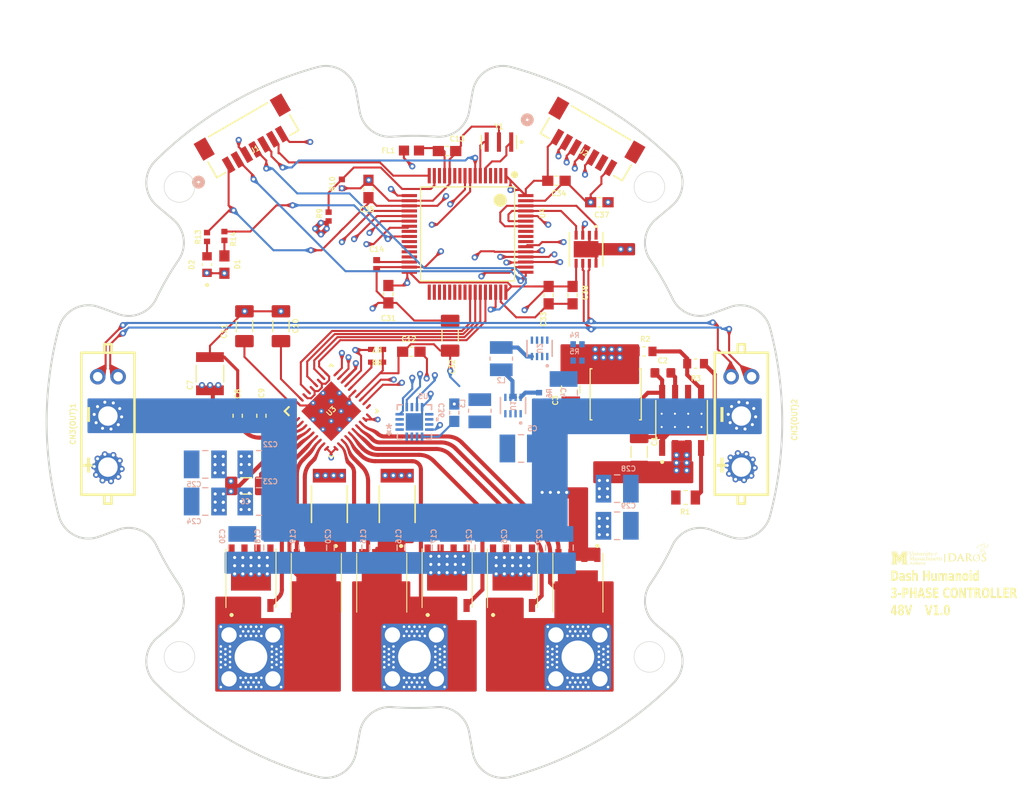
<source format=kicad_pcb>
(kicad_pcb (version 20241229) (generator "pcbnew") (generator_version "9.0")
  (layers (0 "F.Cu" signal "L1 (Sig, TOP)") (4 "In1.Cu" signal "L2 (GND)") (6 "In2.Cu" signal "L3 (48V)") (8 "In3.Cu" signal "L4 (3.3V,5V, MIXED)") (10 "In4.Cu" signal "L5 (GND)") (2 "B.Cu" signal "L6 (Sig, BOTTOM)") (13 "F.Paste" user) (15 "B.Paste" user) (5 "F.SilkS" user "F.Silkscreen") (7 "B.SilkS" user "B.Silkscreen") (1 "F.Mask" user) (3 "B.Mask" user) (25 "Edge.Cuts" user))
  (net 0 "")
  (net 1 "GND")
  (net 2 "+48V")
  (net 3 "Net-(VR1-BST)")
  (net 4 "Net-(VR1-SW)")
  (net 5 "+12V")
  (net 6 "+5V")
  (net 7 "+3.3V")
  (net 8 "Net-(U3-VCP)")
  (net 9 "Net-(U3-CPH)")
  (net 10 "Net-(U3-CPL)")
  (net 11 "Net-(U3-DVDD)")
  (net 12 "Net-(U3-VGLS)")
  (net 13 "Net-(U4-VDDA{slash}VREF+)")
  (net 14 "Net-(U4-VCAP_1)")
  (net 15 "Net-(D1-Pad2)")
  (net 16 "Net-(D2-PadA)")
  (net 17 "/USART_TX")
  (net 18 "/TCK")
  (net 19 "/NRST")
  (net 20 "/USART_RX")
  (net 21 "/TMS")
  (net 22 "/MISO")
  (net 24 "/MOSI")
  (net 25 "/AUX_CS")
  (net 26 "/SCK")
  (net 27 "Net-(U2-SW)")
  (net 28 "Net-(U1-SW)")
  (net 29 "/PHASA")
  (net 30 "/GHA")
  (net 31 "/SPA")
  (net 32 "/GLA")
  (net 33 "/PHASB")
  (net 34 "/GHB")
  (net 35 "/GLB")
  (net 36 "/SPB")
  (net 37 "/GHC")
  (net 38 "/PHASC")
  (net 39 "/GLC")
  (net 40 "Net-(VR1-RON)")
  (net 41 "Net-(VR1-FB)")
  (net 42 "Net-(U2-MODE{slash}S-CONF)")
  (net 43 "Net-(U2-FB{slash}VSET)")
  (net 44 "Net-(U1-MODE{slash}S-CONF)")
  (net 45 "/SPI-MISO")
  (net 46 "Net-(U3-FAULT_N)")
  (net 47 "Net-(U4-PA1)")
  (net 48 "/INDICATOR")
  (net 53 "/ENABLE")
  (net 54 "/SPI-NSS-DRV")
  (net 55 "/SPI-SCK")
  (net 56 "/PWMC")
  (net 57 "/PWMB")
  (net 58 "/I_B")
  (net 59 "/SPI-MOSI")
  (net 60 "/PWMA")
  (net 61 "/I_A")
  (net 66 "Net-(U4-PH0-OSC_IN)")
  (net 67 "/CAN_RX")
  (net 69 "Net-(U4-PH1-OSC_OUT)")
  (net 71 "/CAN_TX")
  (net 84 "/CS")
  (net 101 "/CAN+")
  (net 102 "/CAN-")
  (footprint "dash:CC0603JRX7R9BB104" (layer "F.Cu") (at -4.499248 -22.8 -90)
    (property "Reference" "C35")
    (property "Value" "100nF 50V")
  )
  (footprint "dash:VLS5045EX_680M" (layer "F.Cu") (at 19.7 -2.7 90)
    (property "Reference" "L1" (hide yes))
    (property "Value" "68uH" (hide yes))
  )
  (footprint "dash:CL31B105KCHNNNE" (layer "F.Cu") (at -16.639107 -9.366222 -90)
    (property "Reference" "C11")
    (property "Value" "1uF 100V")
  )
  (footprint "" (layer "F.Cu") (at 3.200667 14.515678)
    (property "Reference" "")
    (property "Value" "")
  )
  (footprint "dash:CC0603JRX7R9BB104" (layer "F.Cu") (at -2.549248 -12.5 90)
    (property "Reference" "C31")
    (property "Value" "100nF 50V")
  )
  (footprint "dash:CL31B105KCHNNNE" (layer "F.Cu") (at -16.47029 6.264951 180)
    (property "Reference" "C6")
    (property "Value" "1UF 100V")
  )
  (footprint "dash:RT0603BRD07448KL" (layer "F.Cu") (at 22.479999 -6.9 180)
    (property "Reference" "R2")
    (property "Value" "448K")
  )
  (footprint "LOGO" (layer "F.Cu") (at 49.177832 13.337655)
    (property "Reference" "G***" (hide yes))
    (property "Value" "LOGO" (hide yes))
  )
  (footprint "dash:BLM18AG601SN1D" (layer "F.Cu") (at -0.287073 -26.562472)
    (property "Reference" "FL1")
    (property "Value" "choe")
  )
  (footprint "dash:RT0402DRE0710KL" (layer "F.Cu") (at -7.099248 -23.3 90)
    (property "Reference" "R10")
    (property "Value" "10K")
  )
  (footprint "LOGO" (layer "F.Cu") (at 54.202832 12.762655)
    (property "Reference" "G***" (hide yes))
    (property "Value" "LOGO" (hide yes))
  )
  (footprint "dash:CL31B105KCHNNNE" (layer "F.Cu") (at -13.06422 -9.366222 -90)
    (property "Reference" "C10")
    (property "Value" "1uF 100V")
  )
  (footprint "dash:LTST-C190KGKT" (layer "F.Cu") (at -20.299248 -15.4 90)
    (property "Reference" "D2")
    (property "Value" "Green")
  )
  (footprint "dash:CL31B225KCHSNNE" (layer "F.Cu") (at 22 2.94 -90)
    (property "Reference" "C1")
    (property "Value" "2.2uF")
  )
  (footprint "dash:FDMS039N08B" (layer "F.Cu") (at -3.2 15.547947 180)
    (property "Reference" "Q4" (hide yes))
    (property "Value" "FDMS039N08B" (hide yes))
  )
  (footprint "dash:GRM155R60J475ME87D" (layer "F.Cu") (at -3.699248 -15.4 90)
    (property "Reference" "C14")
    (property "Value" "4.7 µF")
  )
  (footprint "dash:CC0603JRX7R9BB104" (layer "F.Cu") (at 18.100752 -21.5 180)
    (property "Reference" "C37")
    (property "Value" "100nF 50V")
  )
  (footprint "dash:CC0603JRX7R9BB104" (layer "F.Cu") (at -0.303278 -6.869906)
    (property "Reference" "C12")
    (property "Value" "100nF 50V")
  )
  (footprint "dash:WSLF25121L000FEA" (layer "F.Cu") (at -1.684885 8.04525 -90)
    (property "Reference" "R12" (hide yes))
    (property "Value" "WSLF25121L000FEA" (hide yes))
  )
  (footprint "dash:CC0603JRX7R9BB104" (layer "F.Cu") (at 13.900752 -23.6 180)
    (property "Reference" "C34")
    (property "Value" "100nF 50V")
  )
  (footprint "dash:CC0603KRX7R0BB473" (layer "F.Cu") (at -14.978317 -0.6 90)
    (property "Reference" "C9")
    (property "Value" "47nF 100V")
  )
  (footprint "dash:CL31B105KCHNNNE" (layer "F.Cu") (at 3.496267 -8.434745 -90)
    (property "Reference" "C32")
    (property "Value" "1uF 100V")
  )
  (footprint "dash:XT30(2+2)PB-M.G.B" (layer "F.Cu") (at -30 0 90)
    (property "Reference" "CN3(OUT)1")
    (property "Value" "XT30(2+2)PB-M.G.B")
  )
  (footprint "dash:WSLF25121L000FEA" (layer "F.Cu") (at -8.322015 8.04525 -90)
    (property "Reference" "R11" (hide yes))
    (property "Value" "WSLF25121L000FEA" (hide yes))
  )
  (footprint "dash:RC0805FR_07100KL" (layer "F.Cu") (at 26.545 7.4)
    (property "Reference" "R1")
    (property "Value" "100k")
  )
  (footprint "dash:CSTNE8M00G550000R0" (layer "F.Cu") (at 8.274111 -27.390084 180)
    (property "Reference" "Y1")
    (property "Value" "CSTNE8M00G550000R0" (hide yes))
  )
  (footprint "dash:CC0603JRX7R9BB104" (layer "F.Cu") (at -17.299248 -0.6 90)
    (property "Reference" "C8")
    (property "Value" "100nF 50V")
  )
  (footprint "dash:FDMS039N08B" (layer "F.Cu") (at 16 15.547947 180)
    (property "Reference" "Q6" (hide yes))
    (property "Value" "FDMS039N08B" (hide yes))
  )
  (footprint "dash:GRM31CR61E476ME44L" (layer "F.Cu") (at 15.3 -3.169 90)
    (property "Reference" "C3")
    (property "Value" "47uF")
  )
  (footprint "dash:MCP2542FD_E_MF" (layer "F.Cu") (at 16.800752 -16.9 -90)
    (property "Reference" "U6" (hide yes))
    (property "Value" "MCP2542FD-E/MF" (hide yes))
  )
  (footprint "dash:DRV8353SRTAR" (layer "F.Cu") (at -8.141795 -1.05 45)
    (property "Reference" "U3")
    (property "Value" "DRV8353SRTAR" (hide yes))
  )
  (footprint "dash:RC0402FR_0710KL" (layer "F.Cu") (at -3.652877 -7.094106 180)
    (property "Reference" "R7")
    (property "Value" "10k")
  )
  (footprint "dash:BM07B-SRSS-TB" (layer "F.Cu") (at 17.300752 -27.6 -30)
    (property "Reference" "J2")
    (property "Value" "BM07B-SRSS-TB")
  )
  (footprint "dash:GRM32ER71J106KA12L" (layer "F.Cu") (at -20.014914 -4.719651 90)
    (property "Reference" "C7")
    (property "Value" "10uF 63V")
  )
  (footprint "dash:FDMS039N08B" (layer "F.Cu") (at -16 15.495947)
    (property "Reference" "Q1" (hide yes))
    (property "Value" "FDMS039N08B" (hide yes))
  )
  (footprint "dash:CC0603JRX7R9BB104" (layer "F.Cu") (at 15.478737 -12.407663 -90)
    (property "Reference" "C38")
    (property "Value" "100nF 50V")
  )
  (footprint "dash:RT0603BRD0749K9L" (layer "F.Cu") (at 27.52 -5.7 180)
    (property "Reference" "R3")
    (property "Value" "49.9k")
  )
  (footprint "dash:RC0402FR_07150KL" (layer "F.Cu") (at -8.399248 -20.1 90)
    (property "Reference" "R9")
    (property "Value" "150K 1%")
  )
  (footprint "dash:RC0402JR-07200RL" (layer "F.Cu") (at -20.299248 -18.1 -90)
    (property "Reference" "R13")
    (property "Value" "200oh")
  )
  (footprint "dash:XT30(2+2)PB-M.G.B" (layer "F.Cu") (at 32 0 90)
    (property "Reference" "CN3(OUT)2")
    (property "Value" "XT30(2+2)PB-M.G.B")
  )
  (footprint "dash:LTST_C191KRKT" (layer "F.Cu") (at -18.599248 -15.4 90)
    (property "Reference" "D1")
    (property "Value" "Red")
  )
  (footprint "dash:STM32F446RCT6" (layer "F.Cu") (at 5.200752 -18.4 -90)
    (property "Reference" "U4")
    (property "Value" "STM32F446RCT6")
  )
  (footprint "dash:CC0603JRX7R9BB104" (layer "F.Cu") (at 13.135804 -12.407663 90)
    (property "Reference" "C33")
    (property "Value" "100nF 50V")
  )
  (footprint "dash:LM5164DDAR" (layer "F.Cu") (at 26.15 -0.15 90)
    (property "Reference" "VR1" (hide yes))
    (property "Value" "LM5164DDAR" (hide yes))
  )
  (footprint "dash:FDMS039N08B" (layer "F.Cu") (at 9.6 15.495947)
    (property "Reference" "Q5" (hide yes))
    (property "Value" "FDMS039N08B" (hide yes))
  )
  (footprint "dash:FDMS039N08B" (layer "F.Cu") (at -9.6 15.547947 180)
    (property "Reference" "Q2" (hide yes))
    (property "Value" "FDMS039N08B" (hide yes))
  )
  (footprint "dash:Pad_Square_Vias_6.5x6.5mm" (layer "F.Cu") (at 16 23 90)
    (property "Reference" "H3" (hide yes))
    (property "Value" "Phase A" (hide yes))
  )
  (footprint "dash:FDMS039N08B" (layer "F.Cu") (at 3.2 15.495947)
    (property "Reference" "Q3" (hide yes))
    (property "Value" "FDMS039N08B" (hide yes))
  )
  (footprint "dash:RC0402JR-07200RL" (layer "F.Cu") (at -18.599248 -18.2 -90)
    (property "Reference" "R14")
    (property "Value" "200oh")
  )
  (footprint "dash:RC0402FR_0710KL" (layer "F.Cu") (at -3.652877 -5.845719 180)
    (property "Reference" "R8")
    (property "Value" "10k")
  )
  (footprint "dash:BM07B-SRSS-TB" (layer "F.Cu") (at -16.299248 -27.9 30)
    (property "Reference" "J1")
    (property "Value" "BM07B-SRSS-TB")
  )
  (footprint "dash:CC0603JRX7R9BB104" (layer "F.Cu") (at 3.192669 -26.512542)
    (property "Reference" "C13")
    (property "Value" "100nF 50V")
  )
  (footprint "dash:CL10B222KB8NNNC" (layer "F.Cu") (at 24.32 -4.8 180)
    (property "Reference" "C2")
    (property "Value" "2.2nF")
  )
  (footprint "dash:Pad_Square_Vias_6.5x6.5mm" (layer "F.Cu") (at -16 23 90)
    (property "Reference" "H1" (hide yes))
    (property "Value" "Phase A" (hide yes))
  )
  (footprint "dash:Pad_Square_Vias_6.5x6.5mm" (layer "F.Cu") (at 0 23 90)
    (property "Reference" "H2" (hide yes))
    (property "Value" "Phase A" (hide yes))
  )
  (footprint "dash:GRM32EC72A106KE05L" (layer "B.Cu") (at -6.497622 12.307307 -90)
    (property "Reference" "C20")
    (property "Value" "10uF")
  )
  (footprint "dash:TPS629203DRLR" (layer "B.Cu") (at 12.249999 -7.2001 90)
    (property "Reference" "U2")
    (property "Value" "TPS629203DRLR" (hide yes))
  )
  (footprint "dash:CC0603JRX7R9BB104" (layer "B.Cu") (at 3.900752 -0.9 -90)
    (property "Reference" "C36")
    (property "Value" "100nF 50V")
  )
  (footprint "dash:GRM32EC72A106KE05L" (layer "B.Cu") (at -20.467661 4.157883)
    (property "Reference" "C25")
    (property "Value" "10uF")
  )
  (footprint "dash:RC0402FR_0742K2L" (layer "B.Cu") (at 15.968 -7.6 180)
    (property "Reference" "R4")
    (property "Value" "42.2k 1%" (hide yes))
  )
  (footprint "dash:GRM32EC72A106KE05L" (layer "B.Cu") (at -15.21429 7.789951 180)
    (property "Reference" "C23")
    (property "Value" "10uF")
  )
  (footprint "dash:GRM32EC72A106KE05L" (layer "B.Cu") (at -15.21429 4.157882 180)
    (property "Reference" "C22")
    (property "Value" "10uF")
  )
  (footprint "dash:GRM32EC72A106KE05L" (layer "B.Cu") (at -9.946111 12.307307 -90)
    (property "Reference" "C19")
    (property "Value" "10uF")
  )
  (footprint "dash:GRM32EC72A106KE05L" (layer "B.Cu") (at 0.399355 12.307307 -90)
    (property "Reference" "C16")
    (property "Value" "10uF")
  )
  (footprint "dash:TPS629203DRLR" (layer "B.Cu") (at 9.649999 -1.6001 90)
    (property "Reference" "U1")
    (property "Value" "TPS629203DRLR" (hide yes))
  )
  (footprint "dash:GRM32EC72A106KE05L" (layer "B.Cu") (at 10.744822 12.307307 -90)
    (property "Reference" "C26")
    (property "Value" "10uF")
  )
  (footprint "dash:GRM32EC72A106KE05L" (layer "B.Cu") (at -13.3946 12.307307 -90)
    (property "Reference" "C18")
    (property "Value" "10uF")
  )
  (footprint "dash:GRM32EC72A106KE05L" (layer "B.Cu") (at 19.842338 6.534836 180)
    (property "Reference" "C28")
    (property "Value" "10uF")
  )
  (footprint "dash:GRM32ER71E226KE15L" (layer "B.Cu") (at 14.6 -2.859 90)
    (property "Reference" "C4")
    (property "Value" "22uF")
  )
  (footprint "dash:GRM32EC72A106KE05L" (layer "B.Cu") (at 3.847844 12.307307 -90)
    (property "Reference" "C17")
    (property "Value" "10uF")
  )
  (footprint "dash:DFE252012PD_2R2M_P2" (layer "B.Cu") (at 8.5 -6.189999 -90)
    (property "Reference" "L2")
    (property "Value" "2.2uH")
  )
  (footprint "dash:GRM32EC72A106KE05L" (layer "B.Cu") (at 19.842338 10.166904 180)
    (property "Reference" "C29")
    (property "Value" "10uF")
  )
  (footprint "dash:MA732GQ-Z" (layer "B.Cu") (at 0 0)
    (property "Reference" "U5")
    (property "Value" "MA732GQ-Z")
  )
  (footprint "dash:GRM32EC72A106KE05L" (layer "B.Cu") (at 14.193311 12.307307 -90)
    (property "Reference" "C27")
    (property "Value" "10uF")
  )
  (footprint "dash:RC0402FR_0780K6L" (layer "B.Cu") (at 15.968 -6 180)
    (property "Reference" "R5")
    (property "Value" "80.6k 1%")
  )
  (footprint "dash:RC0402FR_0752K3L" (layer "B.Cu") (at 12.2 -2.432 90)
    (property "Reference" "R6")
    (property "Value" "52.3k 1%")
  )
  (footprint "dash:GRM32EC72A106KE05L" (layer "B.Cu") (at -20.467661 7.789951)
    (property "Reference" "C24")
    (property "Value" "10uF")
  )
  (footprint "dash:GRM32ER71E226KE15L" (layer "B.Cu") (at 10.441 2.6 180)
    (property "Reference" "C5")
    (property "Value" "22uF")
  )
  (footprint "dash:GRM32EC72A106KE05L" (layer "B.Cu") (at -16.843089 12.307307 -90)
    (property "Reference" "C30")
    (property "Value" "10uF")
  )
  (footprint "dash:DFE252012PD_2R2M_P2" (layer "B.Cu") (at 6.4 -1.09 -90)
    (property "Reference" "L3")
    (property "Value" "2.2uH")
  )
  (footprint "dash:GRM32EC72A106KE05L" (layer "B.Cu") (at -3.049133 12.307307 -90)
    (property "Reference" "C15")
    (property "Value" "10uF")
  )
  (footprint "dash:GRM32EC72A106KE05L" (layer "B.Cu") (at 7.296333 12.307307 -90)
    (property "Reference" "C21")
    (property "Value" "10uF")
  )
  (gr_line (start 51.902832 12.968905) (end 51.902832 13.706405) (stroke (width 0.1)) (layer "F.SilkS"))
  (gr_arc (start -23.090316 15.837843) (mid -22.591869 17.940695) (end -23.635916 19.83289) (stroke (width 0.2)) (layer "Edge.Cuts"))
  (gr_arc (start 25.174786 21.124153) (mid 26.243811 23.297076) (end 25.359739 25.551589) (stroke (width 0.2)) (layer "Edge.Cuts"))
  (gr_arc (start -9.448455 -34.737972) (mid -7.053955 -34.376348) (end -5.70666 -32.364086) (stroke (width 0.2)) (layer "Edge.Cuts"))
  (gr_arc (start 34.808195 -9.186383) (mid 36.000001 0) (end 34.808195 9.186383) (stroke (width 0.2)) (layer "Edge.Cuts"))
  (gr_arc (start -9.448455 34.737972) (mid -17.999999 31.176915) (end -25.359737 25.551589) (stroke (width 0.2)) (layer "Edge.Cuts"))
  (gr_line (start -25.174787 -21.124155) (end -23.635916 -19.83289) (stroke (width 0.2)) (layer "Edge.Cuts"))
  (gr_arc (start -2.170815 -27.915722) (mid 0.000001 -28) (end 2.170817 -27.915722) (stroke (width 0.2)) (layer "Edge.Cuts"))
  (gr_arc (start -34.808193 -9.186383) (mid -33.297767 -11.079269) (end -30.88145 -11.239929) (stroke (width 0.2)) (layer "Edge.Cuts"))
  (gr_line (start 5.70666 -32.364076) (end 5.357828 -30.385749) (stroke (width 0.2)) (layer "Edge.Cuts"))
  (gr_line (start 28.993674 10.552835) (end 30.881528 11.239957) (stroke (width 0.2)) (layer "Edge.Cuts"))
  (gr_arc (start -2.170815 -27.915722) (mid -4.241161 -28.535482) (end -5.357826 -30.38575) (stroke (width 0.2)) (layer "Edge.Cuts"))
  (gr_circle (center -23 23) (end -21.5 23) (stroke (width 0.05)) (fill no) (layer "Edge.Cuts"))
  (gr_line (start -5.70666 32.364085) (end -5.357826 30.385749) (stroke (width 0.2)) (layer "Edge.Cuts"))
  (gr_circle (center 23 -23) (end 24.5 -23) (stroke (width 0.05)) (fill no) (layer "Edge.Cuts"))
  (gr_arc (start -30.88145 11.239928) (mid -33.297767 11.079268) (end -34.808193 9.186383) (stroke (width 0.2)) (layer "Edge.Cuts"))
  (gr_line (start -5.357826 -30.38575) (end -5.70666 -32.364086) (stroke (width 0.2)) (layer "Edge.Cuts"))
  (gr_line (start -28.993739 -10.552859) (end -30.88145 -11.239929) (stroke (width 0.2)) (layer "Edge.Cuts"))
  (gr_arc (start 25.261134 12.077879) (mid 26.832989 10.594777) (end 28.993674 10.552835) (stroke (width 0.2)) (layer "Edge.Cuts"))
  (gr_line (start -30.88145 11.239929) (end -28.993739 10.552859) (stroke (width 0.2)) (layer "Edge.Cuts"))
  (gr_arc (start 34.808195 9.186383) (mid 33.297824 11.079285) (end 30.881528 11.239957) (stroke (width 0.2)) (layer "Edge.Cuts"))
  (gr_arc (start -25.261132 -12.077879) (mid -24.248708 -13.999998) (end -23.090316 -15.837843) (stroke (width 0.2)) (layer "Edge.Cuts"))
  (gr_arc (start -5.357826 30.385749) (mid -4.241161 28.535481) (end -2.170815 27.915722) (stroke (width 0.2)) (layer "Edge.Cuts"))
  (gr_arc (start 23.090318 -15.837843) (mid 22.59224 -17.943408) (end 23.640111 -19.836408) (stroke (width 0.2)) (layer "Edge.Cuts"))
  (gr_arc (start 9.448457 -34.737972) (mid 18.000001 -31.176915) (end 25.359739 -25.551589) (stroke (width 0.2)) (layer "Edge.Cuts"))
  (gr_arc (start 23.635921 19.832892) (mid 22.591875 17.940697) (end 23.090318 15.837843) (stroke (width 0.2)) (layer "Edge.Cuts"))
  (gr_arc (start 25.359739 25.551589) (mid 18.000001 31.176915) (end 9.448457 34.737972) (stroke (width 0.2)) (layer "Edge.Cuts"))
  (gr_arc (start 2.170817 27.915722) (mid 0.000001 28) (end -2.170815 27.915722) (stroke (width 0.2)) (layer "Edge.Cuts"))
  (gr_arc (start 25.359739 -25.551589) (mid 26.243811 -23.297076) (end 25.174786 -21.124153) (stroke (width 0.2)) (layer "Edge.Cuts"))
  (gr_arc (start -34.808193 9.186383) (mid -35.999999 0) (end -34.808193 -9.186383) (stroke (width 0.2)) (layer "Edge.Cuts"))
  (gr_arc (start -5.706661 32.364085) (mid -7.053955 34.376348) (end -9.448455 34.737972) (stroke (width 0.2)) (layer "Edge.Cuts"))
  (gr_arc (start 30.881426 -11.23992) (mid 33.297758 -11.079267) (end 34.808195 -9.186383) (stroke (width 0.2)) (layer "Edge.Cuts"))
  (gr_arc (start -25.174787 -21.124155) (mid -26.243811 -23.297078) (end -25.359737 -25.551589) (stroke (width 0.2)) (layer "Edge.Cuts"))
  (gr_arc (start -25.359737 -25.551589) (mid -17.999999 -31.176915) (end -9.448455 -34.737972) (stroke (width 0.2)) (layer "Edge.Cuts"))
  (gr_arc (start 5.357828 -30.385749) (mid 4.241163 -28.535481) (end 2.170817 -27.915722) (stroke (width 0.2)) (layer "Edge.Cuts"))
  (gr_arc (start -28.993739 10.552859) (mid -26.833029 10.594786) (end -25.261132 12.077879) (stroke (width 0.2)) (layer "Edge.Cuts"))
  (gr_arc (start -25.359737 25.551589) (mid -26.243811 23.297078) (end -25.174787 21.124156) (stroke (width 0.2)) (layer "Edge.Cuts"))
  (gr_arc (start 28.993747 -10.552861) (mid 26.833037 -10.594797) (end 25.261134 -12.077879) (stroke (width 0.2)) (layer "Edge.Cuts"))
  (gr_arc (start 25.261134 12.077879) (mid 24.248712 14) (end 23.090318 15.837843) (stroke (width 0.2)) (layer "Edge.Cuts"))
  (gr_line (start 30.881426 -11.23992) (end 28.993747 -10.552861) (stroke (width 0.2)) (layer "Edge.Cuts"))
  (gr_arc (start 23.090318 -15.837843) (mid 24.248712 -14) (end 25.261134 -12.077879) (stroke (width 0.2)) (layer "Edge.Cuts"))
  (gr_line (start 25.174786 21.124153) (end 23.635921 19.832892) (stroke (width 0.2)) (layer "Edge.Cuts"))
  (gr_arc (start -25.261132 -12.077879) (mid -26.833029 -10.594786) (end -28.993739 -10.552859) (stroke (width 0.2)) (layer "Edge.Cuts"))
  (gr_arc (start -23.090316 15.837843) (mid -24.248713 14.000001) (end -25.261132 12.077879) (stroke (width 0.2)) (layer "Edge.Cuts"))
  (gr_arc (start 9.448457 34.737972) (mid 7.053959 34.376353) (end 5.706664 32.364094) (stroke (width 0.2)) (layer "Edge.Cuts"))
  (gr_line (start -23.635916 19.83289) (end -25.174787 21.124156) (stroke (width 0.2)) (layer "Edge.Cuts"))
  (gr_line (start 23.640111 -19.836408) (end 25.174786 -21.124153) (stroke (width 0.2)) (layer "Edge.Cuts"))
  (gr_arc (start -23.635916 -19.83289) (mid -22.591869 -17.940695) (end -23.090316 -15.837843) (stroke (width 0.2)) (layer "Edge.Cuts"))
  (gr_circle (center -23 -23) (end -21.5 -23) (stroke (width 0.05)) (fill no) (layer "Edge.Cuts"))
  (gr_circle (center 23 23) (end 24.5 23) (stroke (width 0.05)) (fill no) (layer "Edge.Cuts"))
  (gr_line (start 5.357829 30.385755) (end 5.706664 32.364094) (stroke (width 0.2)) (layer "Edge.Cuts"))
  (gr_arc (start 5.70666 -32.364076) (mid 7.053955 -34.376341) (end 9.448457 -34.737972) (stroke (width 0.2)) (layer "Edge.Cuts"))
  (gr_arc (start 2.170817 27.915722) (mid 4.241165 28.535484) (end 5.357829 30.385755) (stroke (width 0.2)) (layer "Edge.Cuts"))
  (gr_text "Dash Humanoid\n3-PHASE CONTROLLER  \n48V 	V1.0" (at 46.602832 19.094911 0) (layer "F.SilkS") (effects (font (size 1 0.7) (thickness 0.175) (bold yes)) (justify left bottom)))
  (gr_text "*" (at -2.4892 0.75 0) (layer "B.SilkS") (effects (font (size 1 1)) (justify mirror)))
  (segment (start 8.274111 -28.872764) (end 8.274111 -27.390084) (width 0.2) (layer "F.Cu") (net 1))
  (segment (start 4.550752 -27.020625) (end 4.550752 -27.85) (width 0.2) (layer "F.Cu") (net 1))
  (segment (start 29.4 -4.64) (end 29.4 -0.7) (width 0.4) (layer "F.Cu") (net 1))
  (segment (start -10.166631 -1.606104) (end -9.916633 -1.856102) (width 0.2) (layer "F.Cu") (net 1))
  (segment (start -6.366957 -2.471284) (end -5.914409 -2.923832) (width 0.2) (layer "F.Cu") (net 1))
  (segment (start 1.042275 -15.15) (end -0.499248 -15.15) (width 0.2) (layer "F.Cu") (net 1))
  (segment (start 1.802752 -21.65) (end 3.450752 -23.298) (width 0.2) (layer "F.Cu") (net 1))
  (segment (start -3.699248 -14.963) (end -3.699248 -12.8) (width 0.2) (layer "F.Cu") (net 1))
  (segment (start 1 -6.4) (end 1 -6.415097) (width 0.2) (layer "F.Cu") (net 1))
  (segment (start 8.450752 -11.75) (end 8.450752 -12.7) (width 0.2) (layer "F.Cu") (net 1))
  (segment (start 4.042669 -26.512542) (end 4.042669 -26.291917) (width 0.2) (layer "F.Cu") (net 1))
  (segment (start 17.250752 -22.25) (end 18.300752 -23.3) (width 0.2) (layer "F.Cu") (net 1))
  (segment (start -3.699248 -12.8) (end -2.549248 -11.65) (width 0.2) (layer "F.Cu") (net 1))
  (segment (start 18.300752 -23.981583) (end 19.188027 -24.868858) (width 0.2) (layer "F.Cu") (net 1))
  (segment (start 9.964553 -10.236199) (end 8.450752 -11.75) (width 0.2) (layer "F.Cu") (net 1))
  (segment (start 12.800752 -21.65) (end 14.750752 -23.6) (width 0.2) (layer "F.Cu") (net 1))
  (segment (start -0.499248 -21.65) (end -2.499248 -21.65) (width 0.2) (layer "F.Cu") (net 1))
  (segment (start 12.900752 -19.3) (end 13.100752 -19.3) (width 0.2) (layer "F.Cu") (net 1))
  (segment (start 12.050752 -20.15) (end 12.900752 -19.3) (width 0.2) (layer "F.Cu") (net 1))
  (segment (start 22 1.48) (end 24.52 1.48) (width 0.4) (layer "F.Cu") (net 1))
  (segment (start -17.199248 -26.913631) (end -17.199248 -27.6) (width 0.2) (layer "F.Cu") (net 1))
  (segment (start -16.454475 -26.168858) (end -17.199248 -26.913631) (width 0.2) (layer "F.Cu") (net 1))
  (segment (start 4.042669 -26.291917) (end 3.450752 -25.7) (width 0.2) (layer "F.Cu") (net 1))
  (segment (start -20.014914 -7.450415) (end -20.014914 -6.344651) (width 0.2) (layer "F.Cu") (net 1))
  (segment (start -18.599248 -14.55) (end -20.285903 -14.55) (width 0.2) (layer "F.Cu") (net 1))
  (segment (start 10.900752 -21.65) (end 12.800752 -21.65) (width 0.2) (layer "F.Cu") (net 1))
  (segment (start -2.499248 -21.65) (end -4.499248 -23.65) (width 0.2) (layer "F.Cu") (net 1))
  (segment (start 3.471012 -9.92) (end 3.496267 -9.894745) (width 0.2) (layer "F.Cu") (net 1))
  (segment (start 3.450752 -23.298) (end 3.450752 -24.1) (width 0.2) (layer "F.Cu") (net 1))
  (segment (start 29.4 -0.7) (end 28.8 -0.1) (width 0.4) (layer "F.Cu") (net 1))
  (segment (start 24.52 1.48) (end 25.5 0.5) (width 0.4) (layer "F.Cu") (net 1))
  (segment (start -3.512248 -15.15) (end -3.699248 -14.963) (width 0.2) (layer "F.Cu") (net 1))
  (segment (start -6.366957 -1.856102) (end -6.366957 -2.471284) (width 0.2) (layer "F.Cu") (net 1))
  (segment (start -1.749248 -11.65) (end -0.019248 -9.92) (width 0.2) (layer "F.Cu") (net 1))
  (segment (start 1.225 -6.175) (end 1 -6.4) (width 0.2) (layer "F.Cu") (net 1))
  (segment (start 17.775751 -15.5284) (end 17.775751 -16.375751) (width 0.25) (layer "F.Cu") (net 1))
  (segment (start -2.549248 -11.65) (end -3.549248 -11.65) (width 0.2) (layer "F.Cu") (net 1))
  (segment (start 8.246875 -28.9) (end 8.274111 -28.872764) (width 0.2) (layer "F.Cu") (net 1))
  (segment (start -20.302513 -14.586735) (end -20.299248 -14.59) (width 0.2) (layer "F.Cu") (net 1))
  (segment (start -17.299248 -1.45) (end -17.299248 -5.02889) (width 0.3) (layer "F.Cu") (net 1))
  (segment (start -3.582463 -0.236827) (end -3.580451 -0.234815) (width 0.2) (layer "F.Cu") (net 1))
  (segment (start -0.019248 -9.92) (end 3.471012 -9.92) (width 0.2) (layer "F.Cu") (net 1))
  (segment (start -18.615009 -6.344651) (end -20.014914 -6.344651) (width 0.3) (layer "F.Cu") (net 1))
  (segment (start 16.850752 -21.5) (end 14.750752 -23.6) (width 0.2) (layer "F.Cu") (net 1))
  (segment (start -4.85375 -0.236827) (end -4.14664 -0.236827) (width 0.2) (layer "F.Cu") (net 1))
  (segment (start 17.125753 -17.225001) (end 17.125753 -18.2716) (width 0.25) (layer "F.Cu") (net 1))
  (segment (start -8.141795 3.051218) (end -7.682177 2.5916) (width 0.2) (layer "F.Cu") (net 1))
  (segment (start 13.135804 -11.557663) (end 15.478737 -11.557663) (width 0.2) (layer "F.Cu") (net 1))
  (segment (start 3.450752 -25.7) (end 3.450752 -24.1) (width 0.2) (layer "F.Cu") (net 1))
  (segment (start 10.900752 -20.15) (end 12.050752 -20.15) (width 0.2) (layer "F.Cu") (net 1))
  (segment (start -17.299248 -5.02889) (end -18.615009 -6.344651) (width 0.3) (layer "F.Cu") (net 1))
  (segment (start -20.285903 -14.55) (end -20.322638 -14.586735) (width 0.2) (layer "F.Cu") (net 1))
  (segment (start 5.600752 -28.9) (end 8.246875 -28.9) (width 0.2) (layer "F.Cu") (net 1))
  (segment (start 17.250752 -21.5) (end 17.250752 -22.25) (width 0.2) (layer "F.Cu") (net 1))
  (segment (start 17.250752 -21.5) (end 16.850752 -21.5) (width 0.2) (layer "F.Cu") (net 1))
  (segment (start -2.549248 -11.65) (end -1.749248 -11.65) (width 0.2) (layer "F.Cu") (net 1))
  (segment (start 1 -6.415097) (end 0.546722 -6.868375) (width 0.2) (layer "F.Cu") (net 1))
  (segment (start -11.429842 -1.863171) (end -11.172775 -1.606104) (width 0.2) (layer "F.Cu") (net 1))
  (segment (start -4.14664 -0.236827) (end -3.582463 -0.236827) (width 0.2) (layer "F.Cu") (net 1))
  (segment (start 18.300752 -23.3) (end 18.300752 -23.981583) (width 0.2) (layer "F.Cu") (net 1))
  (segment (start -5.284248 -22.865) (end -4.474248 -23.675) (width 0.2) (layer "F.Cu") (net 1))
  (segment (start -8.141795 3.510839) (end -8.141795 3.051218) (width 0.2) (layer "F.Cu") (net 1))
  (segment (start 24.245 2.55) (end 24.245 1.755) (width 0.4) (layer "F.Cu") (net 1))
  (segment (start -11.172775 -1.606104) (end -10.166631 -1.606104) (width 0.2) (layer "F.Cu") (net 1))
  (segment (start -7.099248 -22.865) (end -5.284248 -22.865) (width 0.2) (layer "F.Cu") (net 1))
  (segment (start 28.8 -0.1) (end 27.7 -0.1) (width 0.4) (layer "F.Cu") (net 1))
  (segment (start -16.620404 -10.826222) (end -13.06422 -10.826222) (width 0.2) (layer "F.Cu") (net 1))
  (segment (start 4.042669 -26.512542) (end 4.550752 -27.020625) (width 0.2) (layer "F.Cu") (net 1))
  (segment (start 16.800752 -16.9) (end 17.125753 -17.225001) (width 0.2) (layer "F.Cu") (net 1))
  (segment (start 28.34 -5.7) (end 29.4 -4.64) (width 0.4) (layer "F.Cu") (net 1))
  (segment (start -3.549248 -11.65) (end -4.099248 -11.1) (width 0.2) (layer "F.Cu") (net 1))
  (segment (start 13.135804 -11.557663) (end 11.81434 -10.236199) (width 0.2) (layer "F.Cu") (net 1))
  (segment (start -20.322638 -14.586735) (end -20.302513 -14.586735) (width 0.2) (layer "F.Cu") (net 1))
  (segment (start 1.198259 -4.247369) (end 1.225 -4.27411) (width 0.2) (layer "F.Cu") (net 1))
  (segment (start 11.81434 -10.236199) (end 9.964553 -10.236199) (width 0.2) (layer "F.Cu") (net 1))
  (segment (start 2.592275 -16.7) (end 1.042275 -15.15) (width 0.2) (layer "F.Cu") (net 1))
  (segment (start 4.550752 -27.85) (end 5.600752 -28.9) (width 0.2) (layer "F.Cu") (net 1))
  (segment (start 1.225 -4.27411) (end 1.225 -6.175) (width 0.2) (layer "F.Cu") (net 1))
  (segment (start 24.245 1.755) (end 24.52 1.48) (width 0.4) (layer "F.Cu") (net 1))
  (segment (start -4.474248 -23.675) (end -4.499248 -23.65) (width 0.35) (layer "F.Cu") (net 1))
  (segment (start -4.500195 -0.590382) (end -4.14664 -0.236827) (width 0.2) (layer "F.Cu") (net 1))
  (segment (start 2.600752 -16.7) (end 2.592275 -16.7) (width 0.2) (layer "F.Cu") (net 1))
  (segment (start -0.499248 -21.65) (end 1.802752 -21.65) (width 0.2) (layer "F.Cu") (net 1))
  (segment (start -8.141795 3.051218) (end -8.601413 2.5916) (width 0.2) (layer "F.Cu") (net 1))
  (segment (start -16.639107 -10.826222) (end -16.620404 -10.826222) (width 0.2) (layer "F.Cu") (net 1))
  (segment (start -0.499248 -15.15) (end -3.512248 -15.15) (width 0.2) (layer "F.Cu") (net 1))
  (segment (start -16.639107 -10.826222) (end -20.014914 -7.450415) (width 0.2) (layer "F.Cu") (net 1))
  (via (at -30.52945 0.626348) (size 0.6) (drill 0.3) (layers "F.Cu" "B.Cu") (net 1))
  (via (at -31.157198 0.079224) (size 0.6) (drill 0.3) (layers "F.Cu" "B.Cu") (net 1))
  (via (at 13.3 6.9) (size 0.6) (drill 0.3) (layers "F.Cu" "B.Cu") (net 1))
  (via (at -18.599248 -14.55) (size 0.6) (drill 0.3) (layers "F.Cu" "B.Cu") (net 1))
  (via (at -29.7 0.7) (size 0.6) (drill 0.3) (layers "F.Cu" "B.Cu") (net 1))
  (via (at 20.2 -16.9) (size 0.6) (drill 0.3) (layers "F.Cu" "B.Cu") (net 1))
  (via (at 32.359309 0.694047) (size 0.6) (drill 0.3) (layers "F.Cu" "B.Cu") (net 1))
  (via (at -7.114471 5.244539) (size 0.6) (drill 0.3) (layers "F.Cu" "B.Cu") (net 1))
  (via (at 33.073639 0.266094) (size 0.6) (drill 0.3) (layers "F.Cu" "B.Cu") (net 1))
  (via (at 31.756535 -1.932389) (size 0.6) (drill 0.3) (layers "F.Cu" "B.Cu") (net 1))
  (via (at 1.198259 -4.247369) (size 0.6) (drill 0.3) (layers "F.Cu" "B.Cu") (net 1))
  (via (at 33.213733 -1.311613) (size 0.6) (drill 0.3) (layers "F.Cu" "B.Cu") (net 1))
  (via (at 32.585985 -1.858737) (size 0.6) (drill 0.3) (layers "F.Cu" "B.Cu") (net 1))
  (via (at 21.1 -16.9) (size 0.6) (drill 0.3) (layers "F.Cu" "B.Cu") (net 1))
  (via (at -2.869793 5.244527) (size 0.6) (drill 0.3) (layers "F.Cu" "B.Cu") (net 1))
  (via (at 3.900752 -1.75) (size 0.6) (drill 0.3) (layers "F.Cu" "B.Cu") (net 1))
  (via (at 31.529859 0.620395) (size 0.6) (drill 0.3) (layers "F.Cu" "B.Cu") (net 1))
  (via (at 33.4 -0.5) (size 0.6) (drill 0.3) (layers "F.Cu" "B.Cu") (net 1))
  (via (at -28.845576 -1.30566) (size 0.6) (drill 0.3) (layers "F.Cu" "B.Cu") (net 1))
  (via (at -4.474248 -23.675) (size 0.6) (drill 0.3) (layers "F.Cu" "B.Cu") (net 1))
  (via (at 14.9 6.9) (size 0.6) (drill 0.3) (layers "F.Cu" "B.Cu") (net 1))
  (via (at -28.98567 0.272047) (size 0.6) (drill 0.3) (layers "F.Cu" "B.Cu") (net 1))
  (via (at 31.042205 -1.504436) (size 0.6) (drill 0.3) (layers "F.Cu" "B.Cu") (net 1))
  (via (at -7.099248 -22.865) (size 0.6) (drill 0.3) (layers "F.Cu" "B.Cu") (net 1))
  (via (at -8.141795 3.510839) (size 0.55) (drill 0.25) (layers "F.Cu" "B.Cu") (net 1))
  (via (at -4.099248 -11.1) (size 0.6) (drill 0.3) (layers "F.Cu" "B.Cu") (net 1))
  (via (at -30.302774 -1.926436) (size 0.6) (drill 0.3) (layers "F.Cu" "B.Cu") (net 1))
  (via (at -16.620404 -10.826222) (size 0.6) (drill 0.3) (layers "F.Cu" "B.Cu") (net 1))
  (via (at -0.469793 5.244527) (size 0.6) (drill 0.3) (layers "F.Cu" "B.Cu") (net 1))
  (via (at -7.914471 5.244539) (size 0.6) (drill 0.3) (layers "F.Cu" "B.Cu") (net 1))
  (via (at -29.473324 -1.852784) (size 0.6) (drill 0.3) (layers "F.Cu" "B.Cu") (net 1))
  (via (at 12.5 6.9) (size 0.6) (drill 0.3) (layers "F.Cu" "B.Cu") (net 1))
  (via (at -8.714471 5.244539) (size 0.6) (drill 0.3) (layers "F.Cu" "B.Cu") (net 1))
  (via (at 14.1 6.9) (size 0.6) (drill 0.3) (layers "F.Cu" "B.Cu") (net 1))
  (via (at -28.659309 -0.494047) (size 0.6) (drill 0.3) (layers "F.Cu" "B.Cu") (net 1))
  (via (at -17.199248 -27.6) (size 0.6) (drill 0.3) (layers "F.Cu" "B.Cu") (net 1))
  (via (at -2.069793 5.244527) (size 0.6) (drill 0.3) (layers "F.Cu" "B.Cu") (net 1))
  (via (at -20.322638 -14.586735) (size 0.6) (drill 0.3) (layers "F.Cu" "B.Cu") (net 1))
  (via (at -9.514471 5.244539) (size 0.6) (drill 0.3) (layers "F.Cu" "B.Cu") (net 1))
  (via (at 30.715844 -0.738342) (size 0.6) (drill 0.3) (layers "F.Cu" "B.Cu") (net 1))
  (via (at 13.100752 -19.3) (size 0.6) (drill 0.3) (layers "F.Cu" "B.Cu") (net 1))
  (via (at 2.600752 -16.7) (size 0.6) (drill 0.3) (layers "F.Cu" "B.Cu") (net 1))
  (via (at 1.589047 -2.754393) (size 0.6) (drill 0.3) (layers "F.Cu" "B.Cu") (net 1))
  (via (at -31.017104 -1.498483) (size 0.6) (drill 0.3) (layers "F.Cu" "B.Cu") (net 1))
  (via (at -3.580451 -0.234815) (size 0.55) (drill 0.25) (layers "F.Cu" "B.Cu") (net 1))
  (via (at -1.269793 5.244527) (size 0.6) (drill 0.3) (layers "F.Cu" "B.Cu") (net 1))
  (via (at -31.343465 -0.732389) (size 0.6) (drill 0.3) (layers "F.Cu" "B.Cu") (net 1))
  (via (at 30.902111 0.073271) (size 0.6) (drill 0.3) (layers "F.Cu" "B.Cu") (net 1))
  (via (at -13.06422 -10.826222) (size 0.6) (drill 0.3) (layers "F.Cu" "B.Cu") (net 1))
  (via (at 17.250752 -21.5) (size 0.6) (drill 0.3) (layers "F.Cu" "B.Cu") (net 1))
  (segment (start 0.750001 -1.4478) (end 0.748207 -1.446006) (width 0.2) (layer "B.Cu") (net 1))
  (segment (start 16.000001 -0.79508) (end 15.289312 -1.505769) (width 0.2) (layer "B.Cu") (net 1))
  (segment (start 1.589047 -2.754393) (end 1.589047 -2.286846) (width 0.2) (layer "B.Cu") (net 1))
  (segment (start 0.748207 -1.446006) (end 0.748207 -0.748207) (width 0.2) (layer "B.Cu") (net 1))
  (segment (start 1.589047 -2.286846) (end 0.750001 -1.4478) (width 0.2) (layer "B.Cu") (net 1))
  (segment (start 0.748207 -0.748207) (end 0 0) (width 0.2) (layer "B.Cu") (net 1))
  (segment (start -9.14864 -19.483759) (end -8.583489 -19.483759) (width 0.4) (layer "F.Cu") (net 2))
  (segment (start -8.582954 -19.484294) (end -8.399248 -19.668) (width 0.2) (layer "F.Cu") (net 2))
  (segment (start -8.582954 -18.918075) (end -8.582954 -19.484294) (width 0.4) (layer "F.Cu") (net 2))
  (segment (start -9.714325 -18.918074) (end -9.14864 -19.483759) (width 0.4) (layer "F.Cu") (net 2))
  (segment (start -17.159892 6.264951) (end -17.93029 6.264951) (width 0.4) (layer "F.Cu") (net 2))
  (segment (start -9.14864 -18.352389) (end -9.714325 -18.918074) (width 0.4) (layer "F.Cu") (net 2))
  (segment (start -12.246324 1.351383) (end -17.159892 6.264951) (width 0.4) (layer "F.Cu") (net 2))
  (segment (start -9.14864 -18.352389) (end -8.582954 -18.918075) (width 0.4) (layer "F.Cu") (net 2))
  (segment (start -8.583489 -19.483759) (end -8.399248 -19.668) (width 0.2) (layer "F.Cu") (net 2))
  (via (at 18.101338 7.334836) (size 0.6) (drill 0.3) (layers "F.Cu" "B.Cu") (net 2))
  (via (at 4.001965 14.751464) (size 0.6) (drill 0.3) (layers "F.Cu" "B.Cu") (net 2))
  (via (at -19.515269 3.38181) (size 0.6) (drill 0.3) (layers "F.Cu" "B.Cu") (net 2))
  (via (at 3.201965 14.751464) (size 0.6) (drill 0.3) (layers "F.Cu" "B.Cu") (net 2))
  (via (at 30.615844 4.261658) (size 0.6) (drill 0.3) (layers "F.Cu" "B.Cu") (net 2))
  (via (at 8.001298 14.073733) (size 0.6) (drill 0.3) (layers "F.Cu" "B.Cu") (net 2))
  (via (at -17.962014 5.799299) (size 0.6) (drill 0.3) (layers "F.Cu" "B.Cu") (net 2))
  (via (at 26.65 4.75) (size 0.6) (drill 0.3) (layers "F.Cu" "B.Cu") (net 2))
  (via (at 3.201965 13.951464) (size 0.6) (drill 0.3) (layers "F.Cu" "B.Cu") (net 2))
  (via (at -15.198702 13.273733) (size 0.6) (drill 0.3) (layers "F.Cu" "B.Cu") (net 2))
  (via (at 9.601298 14.873733) (size 0.6) (drill 0.3) (layers "F.Cu" "B.Cu") (net 2))
  (via (at 4.801965 13.151464) (size 0.6) (drill 0.3) (layers "F.Cu" "B.Cu") (net 2))
  (via (at -14.398702 14.073733) (size 0.6) (drill 0.3) (layers "F.Cu" "B.Cu") (net 2))
  (via (at -15.998702 13.273733) (size 0.6) (drill 0.3) (layers "F.Cu" "B.Cu") (net 2))
  (via (at -14.398702 14.873733) (size 0.6) (drill 0.3) (layers "F.Cu" "B.Cu") (net 2))
  (via (at 33.3 4.5) (size 0.6) (drill 0.3) (layers "F.Cu" "B.Cu") (net 2))
  (via (at -18.701928 7.850396) (size 0.6) (drill 0.3) (layers "F.Cu" "B.Cu") (net 2))
  (via (at 25.65 4.75) (size 0.6) (drill 0.3) (layers "F.Cu" "B.Cu") (net 2))
  (via (at 10.401298 14.873733) (size 0.6) (drill 0.3) (layers "F.Cu" "B.Cu") (net 2))
  (via (at -19.501928 8.650396) (size 0.6) (drill 0.3) (layers "F.Cu" "B.Cu") (net 2))
  (via (at -16.95936 4.969363) (size 0.6) (drill 0.3) (layers "F.Cu" "B.Cu") (net 2))
  (via (at -16.168755 7.776961) (size 0.6) (drill 0.3) (layers "F.Cu" "B.Cu") (net 2))
  (via (at 18.093508 10.240497) (size 0.6) (drill 0.3) (layers "F.Cu" "B.Cu") (net 2))
  (via (at -16.95936 3.369363) (size 0.6) (drill 0.3) (layers "F.Cu" "B.Cu") (net 2))
  (via (at -17.598702 13.273733) (size 0.6) (drill 0.3) (layers "F.Cu" "B.Cu") (net 2))
  (via (at 1.601965 13.951464) (size 0.6) (drill 0.3) (layers "F.Cu" "B.Cu") (net 2))
  (via (at 18.101338 5.734836) (size 0.6) (drill 0.3) (layers "F.Cu" "B.Cu") (net 2))
  (via (at -28.659309 4.605953) (size 0.6) (drill 0.3) (layers "F.Cu" "B.Cu") (net 2))
  (via (at -18.715269 3.38181) (size 0.6) (drill 0.3) (layers "F.Cu" "B.Cu") (net 2))
  (via (at -17.598702 14.073733) (size 0.6) (drill 0.3) (layers "F.Cu" "B.Cu") (net 2))
  (via (at 9.601298 13.273733) (size 0.6) (drill 0.3) (layers "F.Cu" "B.Cu") (net 2))
  (via (at -29.473324 3.247216) (size 0.6) (drill 0.3) (layers "F.Cu" "B.Cu") (net 2))
  (via (at -18.723099 7.887471) (size 0.6) (drill 0.3) (layers "F.Cu" "B.Cu") (net 2))
  (via (at -31.157198 5.179224) (size 0.6) (drill 0.3) (layers "F.Cu" "B.Cu") (net 2))
  (via (at 26.65 4) (size 0.6) (drill 0.3) (layers "F.Cu" "B.Cu") (net 2))
  (via (at 31.656535 3.067611) (size 0.6) (drill 0.3) (layers "F.Cu" "B.Cu") (net 2))
  (via (at 4.801965 13.951464) (size 0.6) (drill 0.3) (layers "F.Cu" "B.Cu") (net 2))
  (via (at -16.968755 8.576961) (size 0.6) (drill 0.3) (layers "F.Cu" "B.Cu") (net 2))
  (via (at -30.302774 3.173564) (size 0.6) (drill 0.3) (layers "F.Cu" "B.Cu") (net 2))
  (via (at -31.343465 4.367611) (size 0.6) (drill 0.3) (layers "F.Cu" "B.Cu") (net 2))
  (via (at -15.198702 14.873733) (size 0.6) (drill 0.3) (layers "F.Cu" "B.Cu") (net 2))
  (via (at 8.001298 13.273733) (size 0.6) (drill 0.3) (layers "F.Cu" "B.Cu") (net 2))
  (via (at 1.601965 13.151464) (size 0.6) (drill 0.3) (layers "F.Cu" "B.Cu") (net 2))
  (via (at -15.998702 14.873733) (size 0.6) (drill 0.3) (layers "F.Cu" "B.Cu") (net 2))
  (via (at -16.968755 6.976961) (size 0.6) (drill 0.3) (layers "F.Cu" "B.Cu") (net 2))
  (via (at -18.701928 7.050396) (size 0.6) (drill 0.3) (layers "F.Cu" "B.Cu") (net 2))
  (via (at 25.65 4) (size 0.6) (drill 0.3) (layers "F.Cu" "B.Cu") (net 2))
  (via (at -16.968755 7.776961) (size 0.6) (drill 0.3) (layers "F.Cu" "B.Cu") (net 2))
  (via (at -18.715269 4.98181) (size 0.6) (drill 0.3) (layers "F.Cu" "B.Cu") (net 2))
  (via (at -16.798702 14.073733) (size 0.6) (drill 0.3) (layers "F.Cu" "B.Cu") (net 2))
  (via (at -17.962014 6.799299) (size 0.6) (drill 0.3) (layers "F.Cu" "B.Cu") (net 2))
  (via (at 11.201298 14.073733) (size 0.6) (drill 0.3) (layers "F.Cu" "B.Cu") (net 2))
  (via (at -19.515269 4.18181) (size 0.6) (drill 0.3) (layers "F.Cu" "B.Cu") (net 2))
  (via (at 2.401965 13.951464) (size 0.6) (drill 0.3) (layers "F.Cu" "B.Cu") (net 2))
  (via (at 8.801298 14.073733) (size 0.6) (drill 0.3) (layers "F.Cu" "B.Cu") (net 2))
  (via (at -28.845576 3.79434) (size 0.6) (drill 0.3) (layers "F.Cu" "B.Cu") (net 2))
  (via (at -9.714325 -18.918074) (size 0.6) (drill 0.3) (layers "F.Cu" "B.Cu") (net 2))
  (via (at -8.582954 -18.918074) (size 0.6) (drill 0.3) (layers "F.Cu" "B.Cu") (net 2))
  (via (at 8.801298 13.273733) (size 0.6) (drill 0.3) (layers "F.Cu" "B.Cu") (net 2))
  (via (at 10.401298 14.073733) (size 0.6) (drill 0.3) (layers "F.Cu" "B.Cu") (net 2))
  (via (at 11.201298 14.873733) (size 0.6) (drill 0.3) (layers "F.Cu" "B.Cu") (net 2))
  (via (at -19.501928 7.050396) (size 0.6) (drill 0.3) (layers "F.Cu" "B.Cu") (net 2))
  (via (at -15.198702 14.073733) (size 0.6) (drill 0.3) (layers "F.Cu" "B.Cu") (net 2))
  (via (at 2.401965 13.151464) (size 0.6) (drill 0.3) (layers "F.Cu" "B.Cu") (net 2))
  (via (at 25.65 3.25) (size 0.6) (drill 0.3) (layers "F.Cu" "B.Cu") (net 2))
  (via (at -9.14864 -18.352389) (size 0.6) (drill 0.3) (layers "F.Cu" "B.Cu") (net 2))
  (via (at 10.401298 13.273733) (size 0.6) (drill 0.3) (layers "F.Cu" "B.Cu") (net 2))
  (via (at -14.398702 13.273733) (size 0.6) (drill 0.3) (layers "F.Cu" "B.Cu") (net 2))
  (via (at 31.429859 5.620395) (size 0.6) (drill 0.3) (layers "F.Cu" "B.Cu") (net 2))
  (via (at 8.001298 14.873733) (size 0.6) (drill 0.3) (layers "F.Cu" "B.Cu") (net 2))
  (via (at 4.001965 13.951464) (size 0.6) (drill 0.3) (layers "F.Cu" "B.Cu") (net 2))
  (via (at 18.893508 9.440497) (size 0.6) (drill 0.3) (layers "F.Cu" "B.Cu") (net 2))
  (via (at 18.093508 11.040497) (size 0.6) (drill 0.3) (layers "F.Cu" "B.Cu") (net 2))
  (via (at 32.485985 3.141263) (size 0.6) (drill 0.3) (layers "F.Cu" "B.Cu") (net 2))
  (via (at -16.798702 13.273733) (size 0.6) (drill 0.3) (layers "F.Cu" "B.Cu") (net 2))
  (via (at 30.942205 3.495564) (size 0.6) (drill 0.3) (layers "F.Cu" "B.Cu") (net 2))
  (via (at 26.65 3.25) (size 0.6) (drill 0.3) (layers "F.Cu" "B.Cu") (net 2))
  (via (at -9.14864 -19.483759) (size 0.6) (drill 0.3) (layers "F.Cu" "B.Cu") (net 2))
  (via (at 3.201965 13.151464) (size 0.6) (drill 0.3) (layers "F.Cu" "B.Cu") (net 2))
  (via (at 4.801965 14.751464) (size 0.6) (drill 0.3) (layers "F.Cu" "B.Cu") (net 2))
  (via (at -17.598702 14.873733) (size 0.6) (drill 0.3) (layers "F.Cu" "B.Cu") (net 2))
  (via (at 33.113733 3.688387) (size 0.6) (drill 0.3) (layers "F.Cu" "B.Cu") (net 2))
  (via (at -19.501928 7.850396) (size 0.6) (drill 0.3) (layers "F.Cu" "B.Cu") (net 2))
  (via (at 11.201298 13.273733) (size 0.6) (drill 0.3) (layers "F.Cu" "B.Cu") (net 2))
  (via (at 9.601298 14.073733) (size 0.6) (drill 0.3) (layers "F.Cu" "B.Cu") (net 2))
  (via (at -31.017104 3.601517) (size 0.6) (drill 0.3) (layers "F.Cu" "B.Cu") (net 2))
  (via (at 18.901338 5.734836) (size 0.6) (drill 0.3) (layers "F.Cu" "B.Cu") (net 2))
  (via (at -16.15936 3.369363) (size 0.6) (drill 0.3) (layers "F.Cu" "B.Cu") (net 2))
  (via (at -18.715269 4.18181) (size 0.6) (drill 0.3) (layers "F.Cu" "B.Cu") (net 2))
  (via (at -29.7 5.8) (size 0.6) (drill 0.3) (layers "F.Cu" "B.Cu") (net 2))
  (via (at 1.601965 14.751464) (size 0.6) (drill 0.3) (layers "F.Cu" "B.Cu") (net 2))
  (via (at -16.168755 8.576961) (size 0.6) (drill 0.3) (layers "F.Cu" "B.Cu") (net 2))
  (via (at 8.801298 14.873733) (size 0.6) (drill 0.3) (layers "F.Cu" "B.Cu") (net 2))
  (via (at 18.893508 11.040497) (size 0.6) (drill 0.3) (layers "F.Cu" "B.Cu") (net 2))
  (via (at -16.95936 4.169363) (size 0.6) (drill 0.3) (layers "F.Cu" "B.Cu") (net 2))
  (via (at -16.168755 6.976961) (size 0.6) (drill 0.3) (layers "F.Cu" "B.Cu") (net 2))
  (via (at -16.15936 4.169363) (size 0.6) (drill 0.3) (layers "F.Cu" "B.Cu") (net 2))
  (via (at -19.515269 4.98181) (size 0.6) (drill 0.3) (layers "F.Cu" "B.Cu") (net 2))
  (via (at 18.093508 9.440497) (size 0.6) (drill 0.3) (layers "F.Cu" "B.Cu") (net 2))
  (via (at 18.101338 6.534836) (size 0.6) (drill 0.3) (layers "F.Cu" "B.Cu") (net 2))
  (via (at 18.893508 10.240497) (size 0.6) (drill 0.3) (layers "F.Cu" "B.Cu") (net 2))
  (via (at -16.798702 14.873733) (size 0.6) (drill 0.3) (layers "F.Cu" "B.Cu") (net 2))
  (via (at 18.901338 6.534836) (size 0.6) (drill 0.3) (layers "F.Cu" "B.Cu") (net 2))
  (via (at 32.973639 5.266094) (size 0.6) (drill 0.3) (layers "F.Cu" "B.Cu") (net 2))
  (via (at 30.802111 5.073271) (size 0.6) (drill 0.3) (layers "F.Cu" "B.Cu") (net 2))
  (via (at -30.52945 5.726348) (size 0.6) (drill 0.3) (layers "F.Cu" "B.Cu") (net 2))
  (via (at 32.259309 5.694047) (size 0.6) (drill 0.3) (layers "F.Cu" "B.Cu") (net 2))
  (via (at 18.901338 7.334836) (size 0.6) (drill 0.3) (layers "F.Cu" "B.Cu") (net 2))
  (via (at 2.401965 14.751464) (size 0.6) (drill 0.3) (layers "F.Cu" "B.Cu") (net 2))
  (via (at -18.701928 8.650396) (size 0.6) (drill 0.3) (layers "F.Cu" "B.Cu") (net 2))
  (via (at -15.998702 14.073733) (size 0.6) (drill 0.3) (layers "F.Cu" "B.Cu") (net 2))
  (via (at 4.001965 13.151464) (size 0.6) (drill 0.3) (layers "F.Cu" "B.Cu") (net 2))
  (via (at -28.98567 5.372047) (size 0.6) (drill 0.3) (layers "F.Cu" "B.Cu") (net 2))
  (segment (start 25.515 -4.385) (end 25.1 -4.8) (width 0.4) (layer "F.Cu") (net 3))
  (segment (start 25.515 -2.85) (end 25.515 -4.385) (width 0.4) (layer "F.Cu") (net 3))
  (segment (start 20.9 -0.9) (end 19.7 -0.9) (width 0.4) (layer "F.Cu") (net 4))
  (segment (start 22.85 -2.85) (end 20.9 -0.9) (width 0.4) (layer "F.Cu") (net 4))
  (segment (start 24.245 -2.85) (end 24.245 -4.095) (width 0.4) (layer "F.Cu") (net 4))
  (segment (start 24.245 -2.85) (end 22.85 -2.85) (width 0.4) (layer "F.Cu") (net 4))
  (segment (start 24.245 -4.095) (end 23.54 -4.8) (width 0.4) (layer "F.Cu") (net 4))
  (segment (start -19.73143 -2.811167) (end -20.014914 -3.094651) (width 0.4) (layer "F.Cu") (net 5))
  (segment (start -12.789557 0.956013) (end -12.663111 0.829567) (width 0.4) (layer "F.Cu") (net 5))
  (segment (start -17.299248 0.25) (end -17.277829 0.271419) (width 0.4) (layer "F.Cu") (net 5))
  (segment (start -19.73143 -2.132182) (end -19.73143 -2.811167) (width 0.4) (layer "F.Cu") (net 5))
  (segment (start -15.179021 1.5418) (end -14.203771 1.5418) (width 0.4) (layer "F.Cu") (net 5))
  (segment (start -17.299248 0.25) (end -17.349248 0.25) (width 0.4) (layer "F.Cu") (net 5))
  (segment (start -17.349248 0.25) (end -19.73143 -2.132182) (width 0.4) (layer "F.Cu") (net 5))
  (segment (start -17.299248 0.25) (end -16.593234 0.956014) (width 0.4) (layer "F.Cu") (net 5))
  (via (at -19.998791 -3.598507) (size 0.6) (drill 0.3) (layers "F.Cu" "B.Cu") (net 5))
  (via (at 18.5 -7.1) (size 0.6) (drill 0.3) (layers "F.Cu" "B.Cu") (net 5))
  (via (at 17.7 -7.1) (size 0.6) (drill 0.3) (layers "F.Cu" "B.Cu") (net 5))
  (via (at 20.1 -7.1) (size 0.6) (drill 0.3) (layers "F.Cu" "B.Cu") (net 5))
  (via (at 20.1 -6.3) (size 0.6) (drill 0.3) (layers "F.Cu" "B.Cu") (net 5))
  (via (at 19.3 -6.3) (size 0.6) (drill 0.3) (layers "F.Cu" "B.Cu") (net 5))
  (via (at -20.798791 -3.598507) (size 0.6) (drill 0.3) (layers "F.Cu" "B.Cu") (net 5))
  (via (at 18.5 -6.3) (size 0.6) (drill 0.3) (layers "F.Cu" "B.Cu") (net 5))
  (via (at -19.198791 -3.598507) (size 0.6) (drill 0.3) (layers "F.Cu" "B.Cu") (net 5))
  (via (at 17.7 -6.3) (size 0.6) (drill 0.3) (layers "F.Cu" "B.Cu") (net 5))
  (via (at 19.3 -7.1) (size 0.6) (drill 0.3) (layers "F.Cu" "B.Cu") (net 5))
  (arc (start -15.179021 1.5418) (mid -15.944388 1.389559) (end -16.593234 0.956014) (width 0.4) (layer "F.Cu") (net 5))
  (arc (start -14.203771 1.5418) (mid -13.438404 1.389559) (end -12.789557 0.956013) (width 0.4) (layer "F.Cu") (net 5))
  (segment (start 16.475751 -18.2716) (end 16.475751 -19.174999) (width 0.2) (layer "F.Cu") (net 6))
  (segment (start 16.475751 -19.174999) (end 16.700752 -19.4) (width 0.2) (layer "F.Cu") (net 6))
  (via (at 18.950752 -21.5) (size 0.6) (drill 0.3) (layers "F.Cu" "B.Cu") (net 6))
  (via (at 16.700752 -19.4) (size 0.6) (drill 0.3) (layers "F.Cu" "B.Cu") (net 6))
  (segment (start 9.6 -2.4002) (end 9.399999 -2.4002) (width 0.3) (layer "B.Cu") (net 6))
  (segment (start 9.6 -4) (end 9.6 -2.4002) (width 0.4) (layer "B.Cu") (net 6))
  (segment (start 16.800752 -19.5) (end 16.700752 -19.4) (width 0.2) (layer "B.Cu") (net 6))
  (segment (start 8.5 -5.1) (end 9.6 -4) (width 0.4) (layer "B.Cu") (net 6))
  (segment (start 9.899999 -2.4002) (end 9.6 -2.4002) (width 0.3) (layer "B.Cu") (net 6))
  (segment (start 3.100752 -22.1) (end 3.100752 -22) (width 0.2) (layer "F.Cu") (net 7))
  (segment (start 3.496267 -6.974745) (end 2.526007 -6.974745) (width 0.2) (layer "F.Cu") (net 7))
  (segment (start -6.992947 -18.901) (end -4.499248 -21.394699) (width 0.2) (layer "F.Cu") (net 7))
  (segment (start -9.093947 -16.8) (end -7.300248 -18.593699) (width 0.2) (layer "F.Cu") (net 7))
  (segment (start -0.699248 -13.6) (end -0.699248 -14.45) (width 0.2) (layer "F.Cu") (net 7))
  (segment (start -1.034248 -25.835) (end -1.034248 -26.550297) (width 0.2) (layer "F.Cu") (net 7))
  (segment (start -0.499248 -21.15) (end -3.699248 -21.15) (width 0.2) (layer "F.Cu") (net 7))
  (segment (start 13.050752 -23.6) (end 13.050752 -26.927733) (width 0.2) (layer "F.Cu") (net 7))
  (segment (start -1.034248 -26.550297) (end -1.022073 -26.562472) (width 0.2) (layer "F.Cu") (net 7))
  (segment (start 3.500752 -5) (end 3.500752 -6) (width 0.2) (layer "F.Cu") (net 7))
  (segment (start -0.349765 -25.150517) (end -1.034248 -25.835) (width 0.2) (layer "F.Cu") (net 7))
  (segment (start -0.699248 -13.6) (end -0.949248 -13.35) (width 0.2) (layer "F.Cu") (net 7))
  (segment (start -0.349249 -7.599999) (end -1.080873 -6.868375) (width 0.2) (layer "F.Cu") (net 7))
  (segment (start 9.400752 -22.7) (end 9.400752 -23.65) (width 0.2) (layer "F.Cu") (net 7))
  (segment (start -0.949248 -13.35) (end -2.549248 -13.35) (width 0.2) (layer "F.Cu") (net 7))
  (segment (start -5.560857 -2.57028) (end -3.368413 -4.762724) (width 0.2) (layer "F.Cu") (net 7))
  (segment (start 11.700752 -23.6) (end 13.050752 -23.6) (width 0.2) (layer "F.Cu") (net 7))
  (segment (start -1.153278 -6.868375) (end -1.164201 -6.857452) (width 0.25) (layer "F.Cu") (net 7))
  (segment (start -3.094077 -5.845719) (end -3.094077 -7.094106) (width 0.2) (layer "F.Cu") (net 7))
  (segment (start 9.400752 -22.7) (end 10.350752 -22.7) (width 0.2) (layer "F.Cu") (net 7))
  (segment (start 3.100752 -22) (end 2.250752 -21.15) (width 0.2) (layer "F.Cu") (net 7))
  (segment (start -7.300248 -18.607521) (end -7.006769 -18.901) (width 0.2) (layer "F.Cu") (net 7))
  (segment (start -4.499248 -21.394699) (end -4.499248 -21.95) (width 0.2) (layer "F.Cu") (net 7))
  (segment (start 10.350752 -22.7) (end 10.900752 -22.15) (width 0.2) (layer "F.Cu") (net 7))
  (segment (start -1.080873 -6.868375) (end -1.153278 -6.868375) (width 0.2) (layer "F.Cu") (net 7))
  (segment (start -3.368413 -4.762724) (end -1.557713 -4.762724) (width 0.2) (layer "F.Cu") (net 7))
  (segment (start 11.758415 -13.257663) (end 13.135804 -13.257663) (width 0.2) (layer "F.Cu") (net 7))
  (segment (start -1.164201 -6.857452) (end -1.273685 -6.857452) (width 0.25) (layer "F.Cu") (net 7))
  (segment (start -1.557713 -4.762724) (end -1.557713 -6.869906) (width 0.2) (layer "F.Cu") (net 7))
  (segment (start 15.825753 -15.5284) (end 15.825753 -13.604679) (width 0.2) (layer "F.Cu") (net 7))
  (segment (start -17.699248 -20.7) (end -18.186523 -21.187275) (width 0.2) (layer "F.Cu") (net 7))
  (segment (start 9.508414 -13.257663) (end 9.115077 -13.651) (width 0.2) (layer "F.Cu") (net 7))
  (segment (start -0.209284 -25.012983) (end -0.349765 -25.150517) (width 0.2) (layer "F.Cu") (net 7))
  (segment (start 3.496267 -6.004485) (end 3.496267 -6.974745) (width 0.2) (layer "F.Cu") (net 7))
  (segment (start 10.900752 -22.15) (end 10.900752 -22.8) (width 0.2) (layer "F.Cu") (net 7))
  (segment (start 3.500752 -6) (end 3.496267 -6.004485) (width 0.2) (layer "F.Cu") (net 7))
  (segment (start -1.557713 -6.869906) (end -1.153278 -6.869906) (width 0.2) (layer "F.Cu") (net 7))
  (segment (start 13.135804 -13.257663) (end 13.092722 -13.257663) (width 0.2) (layer "F.Cu") (net 7))
  (segment (start 0.499752 -13.651) (end -0.499248 -14.65) (width 0.2) (layer "F.Cu") (net 7))
  (segment (start 13.092722 -13.257663) (end 10.777384 -10.942325) (width 0.2) (layer "F.Cu") (net 7))
  (segment (start 9.400752 -23.65) (end 8.950752 -24.1) (width 0.2) (layer "F.Cu") (net 7))
  (segment (start 10.900752 -22.8) (end 11.700752 -23.6) (width 0.2) (layer "F.Cu") (net 7))
  (segment (start 15.478737 -13.257663) (end 13.135804 -13.257663) (width 0.2) (layer "F.Cu") (net 7))
  (segment (start 1.900753 -7.599999) (end -0.349249 -7.599999) (width 0.2) (layer "F.Cu") (net 7))
  (segment (start -7.300248 -18.593699) (end -7.300248 -18.607521) (width 0.2) (layer "F.Cu") (net 7))
  (segment (start -3.094077 -5.845719) (end -3.094077 -5.03706) (width 0.2) (layer "F.Cu") (net 7))
  (segment (start 8.950752 -12.7) (end 9.508414 -13.257663) (width 0.2) (layer "F.Cu") (net 7))
  (segment (start -17.699248 -20.7) (end -18.131248 -20.7) (width 0.2) (layer "F.Cu") (net 7))
  (segment (start -3.094077 -5.03706) (end -3.368413 -4.762724) (width 0.2) (layer "F.Cu") (net 7))
  (segment (start -7.006769 -18.901) (end -6.992947 -18.901) (width 0.2) (layer "F.Cu") (net 7))
  (segment (start 10.900752 -22.15) (end 8.950752 -24.1) (width 0.2) (layer "F.Cu") (net 7))
  (segment (start -3.699248 -21.15) (end -4.499248 -21.95) (width 0.2) (layer "F.Cu") (net 7))
  (segment (start -10.134382 -16.8) (end -9.093947 -16.8) (width 0.2) (layer "F.Cu") (net 7))
  (segment (start -18.131248 -20.7) (end -20.299248 -18.532) (width 0.2) (layer "F.Cu") (net 7))
  (segment (start 9.115077 -13.651) (end 0.499752 -13.651) (width 0.2) (layer "F.Cu") (net 7))
  (segment (start -18.186523 -21.187275) (end -18.186523 -25.168859) (width 0.2) (layer "F.Cu") (net 7))
  (segment (start 9.508414 -13.257663) (end 13.135804 -13.257663) (width 0.2) (layer "F.Cu") (net 7))
  (segment (start 13.050752 -26.927733) (end 13.991876 -27.868857) (width 0.2) (layer "F.Cu") (net 7))
  (segment (start 2.250752 -21.15) (end -0.499248 -21.15) (width 0.2) (layer "F.Cu") (net 7))
  (segment (start 2.526007 -6.974745) (end 1.900753 -7.599999) (width 0.2) (layer "F.Cu") (net 7))
  (segment (start 15.825753 -13.604679) (end 15.478737 -13.257663) (width 0.2) (layer "F.Cu") (net 7))
  (via (at -0.209284 -25.012983) (size 0.6) (drill 0.3) (layers "F.Cu" "B.Cu") (net 7))
  (via (at 3.100752 -22.1) (size 0.6) (drill 0.3) (layers "F.Cu" "B.Cu") (net 7))
  (via (at 10.777384 -10.942325) (size 0.6) (drill 0.3) (layers "F.Cu" "B.Cu") (net 7))
  (via (at -0.699248 -13.6) (size 0.6) (drill 0.3) (layers "F.Cu" "B.Cu") (net 7))
  (via (at 3.500752 -5) (size 0.6) (drill 0.3) (layers "F.Cu" "B.Cu") (net 7))
  (via (at -17.699248 -20.7) (size 0.6) (drill 0.3) (layers "F.Cu" "B.Cu") (net 7))
  (via (at -10.134382 -16.8) (size 0.6) (drill 0.3) (layers "F.Cu" "B.Cu") (net 7))
  (via (at 9.400752 -22.7) (size 0.6) (drill 0.3) (layers "F.Cu" "B.Cu") (net 7))
  (segment (start -13.799248 -16.8) (end -17.699248 -20.7) (width 0.2) (layer "B.Cu") (net 7))
  (segment (start 4.400752 -3.5) (end 3.500752 -4.4) (width 0.2) (layer "B.Cu") (net 7))
  (segment (start -0.699248 -13.9) (end -0.699248 -13.6) (width 0.2) (layer "B.Cu") (net 7))
  (segment (start 2.402952 1.4478) (end 0.750001 1.4478) (width 0.2) (layer "B.Cu") (net 7))
  (segment (start 3.900752 -0.05) (end 2.402952 1.4478) (width 0.2) (layer "B.Cu") (net 7))
  (segment (start -10.134382 -16.8) (end -13.799248 -16.8) (width 0.2) (layer "B.Cu") (net 7))
  (segment (start 3.500752 -4.4) (end 3.500752 -5) (width 0.2) (layer "B.Cu") (net 7))
  (segment (start -15.01029 5.105884) (end -15.01029 6.264951) (width 0.4) (layer "F.Cu") (net 8))
  (segment (start -11.684338 1.779932) (end -15.01029 5.105884) (width 0.4) (layer "F.Cu") (net 8))
  (segment (start -11.631461 -0.03521) (end -11.429842 -0.236829) (width 0.2) (layer "F.Cu") (net 9))
  (segment (start -12.836856 -0.03521) (end -11.631461 -0.03521) (width 0.2) (layer "F.Cu") (net 9))
  (segment (start -13.122066 0.25) (end -12.836856 -0.03521) (width 0.2) (layer "F.Cu") (net 9))
  (segment (start -14.978317 0.25) (end -13.122066 0.25) (width 0.2) (layer "F.Cu") (net 9))
  (segment (start -14.978317 -1.45) (end -12.643013 -1.45) (width 0.2) (layer "F.Cu") (net 10))
  (segment (start -12.643013 -1.45) (end -11.783395 -0.590382) (width 0.2) (layer "F.Cu") (net 10))
  (segment (start -13.06422 -7.906222) (end -13.06422 -4.204658) (width 0.2) (layer "F.Cu") (net 11))
  (segment (start -13.06422 -4.204658) (end -11.076287 -2.216725) (width 0.2) (layer "F.Cu") (net 11))
  (segment (start -16.639107 -6.36533) (end -11.783395 -1.509618) (width 0.2) (layer "F.Cu") (net 12))
  (segment (start -16.639107 -7.906222) (end -16.639107 -6.36533) (width 0.2) (layer "F.Cu") (net 12))
  (segment (start 2.380127 -26.55) (end 2.850752 -26.55) (width 0.2) (layer "F.Cu") (net 13))
  (segment (start 2.850752 -26.55) (end 2.950752 -26.45) (width 0.2) (layer "F.Cu") (net 13))
  (segment (start 0.685455 -26.8) (end 0.447927 -26.562472) (width 0.2) (layer "F.Cu") (net 13))
  (segment (start 2.055211 -26.8) (end 0.685455 -26.8) (width 0.2) (layer "F.Cu") (net 13))
  (segment (start 2.950752 -26.45) (end 2.950752 -24.1) (width 0.2) (layer "F.Cu") (net 13))
  (segment (start 2.342669 -26.512542) (end 2.055211 -26.8) (width 0.2) (layer "F.Cu") (net 13))
  (segment (start 2.342669 -26.512542) (end 2.380127 -26.55) (width 0.2) (layer "F.Cu") (net 13))
  (segment (start -0.499248 -15.65) (end -3.512248 -15.65) (width 0.2) (layer "F.Cu") (net 14))
  (segment (start -3.512248 -15.65) (end -3.699248 -15.837) (width 0.2) (layer "F.Cu") (net 14))
  (segment (start -18.599248 -16.25) (end -18.599248 -17.768) (width 0.2) (layer "F.Cu") (net 15))
  (segment (start -20.299248 -16.21) (end -20.299248 -17.668) (width 0.2) (layer "F.Cu") (net 16))
  (segment (start -13.299248 -27.111711) (end -13.856396 -27.668859) (width 0.2) (layer "F.Cu") (net 17))
  (segment (start 1.450752 -24.1) (end -2.07357 -24.1) (width 0.2) (layer "F.Cu") (net 17))
  (segment (start -3.37357 -25.4) (end -12.299248 -25.4) (width 0.2) (layer "F.Cu") (net 17))
  (segment (start -13.199248 -26.3) (end -13.299248 -26.3) (width 0.2) (layer "F.Cu") (net 17))
  (segment (start -13.299248 -26.3) (end -13.299248 -27.111711) (width 0.2) (layer "F.Cu") (net 17))
  (segment (start -2.07357 -24.1) (end -3.37357 -25.4) (width 0.2) (layer "F.Cu") (net 17))
  (segment (start -12.299248 -25.4) (end -13.199248 -26.3) (width 0.2) (layer "F.Cu") (net 17))
  (segment (start -15.749248 -24.097606) (end -17.3205 -25.668858) (width 0.2) (layer "F.Cu") (net 18))
  (segment (start -15.749248 -23.75) (end -15.749248 -24.097606) (width 0.2) (layer "F.Cu") (net 18))
  (segment (start 10.900752 -14.3) (end 10.900752 -14.65) (width 0.2) (layer "F.Cu") (net 18))
  (segment (start 10.400752 -13.8) (end 10.900752 -14.3) (width 0.2) (layer "F.Cu") (net 18))
  (via (at -15.749248 -23.75) (size 0.6) (drill 0.3) (layers "F.Cu" "B.Cu") (net 18))
  (via (at 10.400752 -13.8) (size 0.6) (drill 0.3) (layers "F.Cu" "B.Cu") (net 18))
  (segment (start -6.750248 -14.751) (end -15.749248 -23.75) (width 0.2) (layer "B.Cu") (net 18))
  (segment (start 10.400752 -13.8) (end 9.449752 -14.751) (width 0.2) (layer "B.Cu") (net 18))
  (segment (start 9.449752 -14.751) (end -6.750248 -14.751) (width 0.2) (layer "B.Cu") (net 18))
  (segment (start -13.999248 -26.445684) (end -14.722423 -27.168859) (width 0.2) (layer "F.Cu") (net 19))
  (segment (start 5.950752 -25.846997) (end 5.950752 -24.1) (width 0.2) (layer "F.Cu") (net 19))
  (segment (start -12.899248 -24.9) (end -13.999248 -26) (width 0.2) (layer "F.Cu") (net 19))
  (segment (start -13.999248 -26) (end -13.999248 -26.445684) (width 0.2) (layer "F.Cu") (net 19))
  (via (at -12.899248 -24.9) (size 0.6) (drill 0.3) (layers "F.Cu" "B.Cu") (net 19))
  (via (at 5.950752 -25.846997) (size 0.6) (drill 0.3) (layers "F.Cu" "B.Cu") (net 19))
  (segment (start -11.312952 -25.586296) (end -11.999248 -24.9) (width 0.2) (layer "B.Cu") (net 19))
  (segment (start 5.247749 -25.846997) (end 4.987048 -25.586296) (width 0.2) (layer "B.Cu") (net 19))
  (segment (start 5.950752 -25.846997) (end 5.247749 -25.846997) (width 0.2) (layer "B.Cu") (net 19))
  (segment (start -11.999248 -24.9) (end -12.899248 -24.9) (width 0.2) (layer "B.Cu") (net 19))
  (segment (start 4.987048 -25.586296) (end -11.312952 -25.586296) (width 0.2) (layer "B.Cu") (net 19))
  (segment (start -10.199248 -27.4) (end -12.221514 -27.4) (width 0.2) (layer "F.Cu") (net 20))
  (segment (start -12.221514 -27.4) (end -12.990373 -28.168859) (width 0.2) (layer "F.Cu") (net 20))
  (segment (start -0.499248 -22.15) (end -1.649248 -22.15) (width 0.2) (layer "F.Cu") (net 20))
  (segment (start -1.649248 -22.15) (end -2.299248 -22.8) (width 0.2) (layer "F.Cu") (net 20))
  (via (at -10.199248 -27.4) (size 0.6) (drill 0.3) (layers "F.Cu" "B.Cu") (net 20))
  (via (at -2.299248 -22.8) (size 0.6) (drill 0.3) (layers "F.Cu" "B.Cu") (net 20))
  (segment (start 7.450752 -11) (end 7.700752 -11) (width 0.2) (layer "F.Cu") (net 21))
  (segment (start 7.950752 -11.25) (end 7.950752 -12.7) (width 0.2) (layer "F.Cu") (net 21))
  (segment (start -14.499248 -25.579659) (end -15.588447 -26.668858) (width 0.2) (layer "F.Cu") (net 21))
  (segment (start -14.499248 -24.8) (end -14.499248 -25.579659) (width 0.2) (layer "F.Cu") (net 21))
  (segment (start 7.700752 -11) (end 7.950752 -11.25) (width 0.2) (layer "F.Cu") (net 21))
  (via (at -14.499248 -24.8) (size 0.6) (drill 0.3) (layers "F.Cu" "B.Cu") (net 21))
  (via (at 7.450752 -11) (size 0.6) (drill 0.3) (layers "F.Cu" "B.Cu") (net 21))
  (segment (start -11.499248 -22.4) (end -13.899248 -24.8) (width 0.2) (layer "B.Cu") (net 21))
  (segment (start 9.857273 -15.052) (end 0.957273 -15.052) (width 0.2) (layer "B.Cu") (net 21))
  (segment (start 10.901752 -14.007521) (end 9.857273 -15.052) (width 0.2) (layer "B.Cu") (net 21))
  (segment (start 7.450752 -11) (end 8.309273 -11) (width 0.2) (layer "B.Cu") (net 21))
  (segment (start -6.354727 -22.364) (end -11.463248 -22.364) (width 0.2) (layer "B.Cu") (net 21))
  (segment (start -11.463248 -22.364) (end -11.499248 -22.4) (width 0.2) (layer "B.Cu") (net 21))
  (segment (start 10.901752 -13.592479) (end 10.901752 -14.007521) (width 0.2) (layer "B.Cu") (net 21))
  (segment (start -13.899248 -24.8) (end -14.499248 -24.8) (width 0.2) (layer "B.Cu") (net 21))
  (segment (start 8.309273 -11) (end 10.901752 -13.592479) (width 0.2) (layer "B.Cu") (net 21))
  (segment (start 0.957273 -15.052) (end -6.354727 -22.364) (width 0.2) (layer "B.Cu") (net 21))
  (segment (start 13.150752 -16.15) (end 10.900752 -16.15) (width 0.2) (layer "F.Cu") (net 22))
  (segment (start 13.700752 -16.4) (end 13.400752 -16.4) (width 0.2) (layer "F.Cu") (net 22))
  (segment (start 13.400752 -16.4) (end 13.150752 -16.15) (width 0.2) (layer "F.Cu") (net 22))
  (segment (start 14.900752 -26.045686) (end 15.723925 -26.868859) (width 0.2) (layer "F.Cu") (net 22))
  (segment (start 8.400752 -16.15) (end 10.900752 -16.15) (width 0.2) (layer "F.Cu") (net 22))
  (segment (start 14.900752 -25.4) (end 14.900752 -26.045686) (width 0.2) (layer "F.Cu") (net 22))
  (via (at 2.000752 -4.575) (size 0.6) (drill 0.3) (layers "F.Cu" "B.Cu") (net 22))
  (via (at 14.900752 -25.4) (size 0.6) (drill 0.3) (layers "F.Cu" "B.Cu") (net 22))
  (via (at 8.400752 -16.15) (size 0.6) (drill 0.3) (layers "F.Cu" "B.Cu") (net 22))
  (via (at 13.700752 -16.4) (size 0.6) (drill 0.3) (layers "F.Cu" "B.Cu") (net 22))
  (segment (start 2.000752 -4.575) (end 2.000752 -4.075752) (width 0.2) (layer "B.Cu") (net 22))
  (segment (start 0.25 -2.325) (end 0.25 -1.4478) (width 0.2) (layer "B.Cu") (net 22))
  (segment (start 2.000752 -4.075752) (end 0.25 -2.325) (width 0.2) (layer "B.Cu") (net 22))
  (segment (start 7.850752 -16.65) (end 10.900752 -16.65) (width 0.2) (layer "F.Cu") (net 24))
  (segment (start 12.350752 -16.65) (end 12.500752 -16.8) (width 0.2) (layer "F.Cu") (net 24))
  (segment (start 5.900752 -16.1) (end 6.500752 -16.7) (width 0.2) (layer "F.Cu") (net 24))
  (segment (start 6.500752 -16.7) (end 7.800752 -16.7) (width 0.2) (layer "F.Cu") (net 24))
  (segment (start 14.100752 -26.611712) (end 14.857899 -27.368859) (width 0.2) (layer "F.Cu") (net 24))
  (segment (start 10.900752 -16.65) (end 12.350752 -16.65) (width 0.2) (layer "F.Cu") (net 24))
  (segment (start 7.800752 -16.7) (end 7.850752 -16.65) (width 0.2) (layer "F.Cu") (net 24))
  (segment (start 14.100752 -26) (end 14.100752 -26.611712) (width 0.2) (layer "F.Cu") (net 24))
  (via (at -0.211631 -4.319378) (size 0.6) (drill 0.3) (layers "F.Cu" "B.Cu") (net 24))
  (via (at 5.900752 -16.1) (size 0.6) (drill 0.3) (layers "F.Cu" "B.Cu") (net 24))
  (via (at 14.100752 -26) (size 0.6) (drill 0.3) (layers "F.Cu" "B.Cu") (net 24))
  (via (at 12.500752 -16.8) (size 0.6) (drill 0.3) (layers "F.Cu" "B.Cu") (net 24))
  (segment (start -0.211631 -3.238369) (end -0.211631 -4.319378) (width 0.2) (layer "B.Cu") (net 24))
  (segment (start -1.125 -1.072801) (end -1.4478 -0.750001) (width 0.2) (layer "B.Cu") (net 24))
  (segment (start -1.125 -2.325) (end -1.125 -1.072801) (width 0.2) (layer "B.Cu") (net 24))
  (segment (start -1.125 -2.325) (end -0.211631 -3.238369) (width 0.2) (layer "B.Cu") (net 24))
  (segment (start 12.200752 -17.3) (end 11.050752 -17.3) (width 0.2) (layer "F.Cu") (net 25))
  (segment (start 16.700752 -25.113632) (end 17.455978 -25.868858) (width 0.2) (layer "F.Cu") (net 25))
  (segment (start 11.050752 -17.3) (end 10.900752 -17.15) (width 0.2) (layer "F.Cu") (net 25))
  (segment (start 14.600752 -17.6) (end 12.500752 -17.6) (width 0.2) (layer "F.Cu") (net 25))
  (segment (start 12.500752 -17.6) (end 12.200752 -17.3) (width 0.2) (layer "F.Cu") (net 25))
  (segment (start 16.700752 -24.2) (end 16.700752 -25.113632) (width 0.2) (layer "F.Cu") (net 25))
  (via (at 16.700752 -24.2) (size 0.6) (drill 0.3) (layers "F.Cu" "B.Cu") (net 25))
  (via (at 14.600752 -17.6) (size 0.6) (drill 0.3) (layers "F.Cu" "B.Cu") (net 25))
  (segment (start 14.253087 -15.65) (end 10.900752 -15.65) (width 0.2) (layer "F.Cu") (net 26))
  (segment (start 10.850752 -15.6) (end 10.900752 -15.65) (width 0.2) (layer "F.Cu") (net 26))
  (segment (start 14.259396 -15.643691) (end 14.253087 -15.65) (width 0.2) (layer "F.Cu") (net 26))
  (segment (start 15.700752 -24.8) (end 15.700752 -25.479658) (width 0.2) (layer "F.Cu") (net 26))
  (segment (start 9.000752 -15.6) (end 10.850752 -15.6) (width 0.2) (layer "F.Cu") (net 26))
  (segment (start 15.700752 -25.479658) (end 16.589952 -26.368858) (width 0.2) (layer "F.Cu") (net 26))
  (via (at 2.500752 0.303449) (size 0.6) (drill 0.3) (layers "F.Cu" "B.Cu") (net 26))
  (via (at 14.259396 -15.643691) (size 0.6) (drill 0.3) (layers "F.Cu" "B.Cu") (net 26))
  (via (at 9.000752 -15.6) (size 0.6) (drill 0.3) (layers "F.Cu" "B.Cu") (net 26))
  (via (at 15.700752 -24.8) (size 0.6) (drill 0.3) (layers "F.Cu" "B.Cu") (net 26))
  (segment (start 2.0542 0.750001) (end 2.500752 0.303449) (width 0.2) (layer "B.Cu") (net 26))
  (segment (start 1.4478 0.750001) (end 2.0542 0.750001) (width 0.2) (layer "B.Cu") (net 26))
  (segment (start 11.499998 -6.4) (end 11 -6.4) (width 0.4) (layer "B.Cu") (net 27))
  (segment (start 10.120002 -7.279998) (end 8.5 -7.279998) (width 0.4) (layer "B.Cu") (net 27))
  (segment (start 11 -6.4) (end 10.120002 -7.279998) (width 0.4) (layer "B.Cu") (net 27))
  (segment (start -10.926464 2.876611) (end -11.639214 3.589361) (width 0.4) (layer "F.Cu") (net 29))
  (segment (start -10.092 16.358) (end -9.6 16.358) (width 0.4) (layer "F.Cu") (net 29))
  (segment (start -11.932107 14.517893) (end -10.092 16.358) (width 0.4) (layer "F.Cu") (net 29))
  (segment (start -12.225 5.003574) (end -12.225 13.810786) (width 0.4) (layer "F.Cu") (net 29))
  (arc (start -12.225 13.810786) (mid -12.14888 14.19347) (end -11.932107 14.517893) (width 0.4) (layer "F.Cu") (net 29))
  (arc (start -11.639214 3.589361) (mid -12.072759 4.238207) (end -12.225 5.003574) (width 0.4) (layer "F.Cu") (net 29))
  (segment (start -11.289397 2.242636) (end -12.389214 3.342453) (width 0.4) (layer "F.Cu") (net 30))
  (segment (start -12.975 4.756666) (end -12.975 16.437786) (width 0.4) (layer "F.Cu") (net 30))
  (segment (start -13.267893 17.144893) (end -14.095 17.972) (width 0.4) (layer "F.Cu") (net 30))
  (arc (start -12.389214 3.342453) (mid -12.822759 3.991299) (end -12.975 4.756666) (width 0.4) (layer "F.Cu") (net 30))
  (arc (start -12.975 16.437786) (mid -13.05112 16.820469) (end -13.267893 17.144893) (width 0.4) (layer "F.Cu") (net 30))
  (segment (start -10.142415 3.99529) (end -9.763709 3.616584) (width 0.4) (layer "F.Cu") (net 31))
  (segment (start -10.728202 8.960919) (end -10.728202 5.409504) (width 0.4) (layer "F.Cu") (net 31))
  (segment (start -8.322015 10.82655) (end -9.518329 10.82655) (width 0.4) (layer "F.Cu") (net 31))
  (segment (start -9.518329 10.82655) (end -10.264512 10.080367) (width 0.4) (layer "F.Cu") (net 31))
  (arc (start -10.264512 10.080367) (mid -10.607693 9.56676) (end -10.728202 8.960919) (width 0.4) (layer "F.Cu") (net 31))
  (arc (start -10.728202 5.409504) (mid -10.575961 4.644137) (end -10.142415 3.99529) (width 0.4) (layer "F.Cu") (net 31))
  (segment (start -11.505 13.028) (end -11.505 5.131528) (width 0.4) (layer "F.Cu") (net 32))
  (segment (start -10.919213 3.717314) (end -10.428459 3.22656) (width 0.4) (layer "F.Cu") (net 32))
  (arc (start -10.919213 3.717314) (mid -11.352759 4.366161) (end -11.505 5.131528) (width 0.4) (layer "F.Cu") (net 32))
  (segment (start -5.647436 2.858526) (end -5.246845 3.259117) (width 0.4) (layer "F.Cu") (net 33))
  (segment (start 0.635647 17.308594) (end 1.295 17.967947) (width 0.4) (layer "F.Cu") (net 33))
  (segment (start 0.635647 4.674651) (end 0.635647 17.308594) (width 0.4) (layer "F.Cu") (net 33))
  (segment (start -3.832632 3.844903) (end -0.194101 3.844903) (width 0.4) (layer "F.Cu") (net 33))
  (arc (start 0.635647 4.674651) (mid 0.392619 4.087931) (end -0.194101 3.844903) (width 0.4) (layer "F.Cu") (net 33))
  (arc (start -3.832632 3.844903) (mid -4.597999 3.692662) (end -5.246845 3.259117) (width 0.4) (layer "F.Cu") (net 33))
  (segment (start 5.105 17.967947) (end 6.65692 16.416027) (width 0.4) (layer "F.Cu") (net 34))
  (segment (start 0.459199 3.223364) (end -3.60221 3.223364) (width 0.4) (layer "F.Cu") (net 34))
  (segment (start -5.016424 2.637577) (end -5.083709 2.570292) (width 0.4) (layer "F.Cu") (net 34))
  (segment (start 6.65692 16.416027) (end 6.65692 9.421085) (width 0.4) (layer "F.Cu") (net 34))
  (segment (start 6.071133 8.006871) (end 1.873412 3.80915) (width 0.4) (layer "F.Cu") (net 34))
  (arc (start 6.071133 8.006871) (mid 6.504679 8.655718) (end 6.65692 9.421085) (width 0.4) (layer "F.Cu") (net 34))
  (arc (start 1.873412 3.80915) (mid 1.224566 3.375605) (end 0.459199 3.223364) (width 0.4) (layer "F.Cu") (net 34))
  (arc (start -5.016424 2.637577) (mid -4.367577 3.071123) (end -3.60221 3.223364) (width 0.4) (layer "F.Cu") (net 34))
  (segment (start -4.533319 5.802296) (end -4.533319 12.504266) (width 0.4) (layer "F.Cu") (net 35))
  (segment (start -5.845916 3.661272) (end -5.119105 4.388083) (width 0.4) (layer "F.Cu") (net 35))
  (segment (start -4.533319 12.504266) (end -5.105 13.075947) (width 0.4) (layer "F.Cu") (net 35))
  (arc (start -4.533319 5.802296) (mid -4.68556 5.036929) (end -5.119105 4.388083) (width 0.4) (layer "F.Cu") (net 35))
  (segment (start -6.475125 3.965714) (end -6.201076 4.239763) (width 0.4) (layer "F.Cu") (net 36))
  (segment (start -5.908183 4.94687) (end -5.908183 13.653469) (width 0.4) (layer "F.Cu") (net 36))
  (segment (start -3.032208 13.543155) (end -2.565 13.075947) (width 0.4) (layer "F.Cu") (net 36))
  (segment (start -5.43271 14.128942) (end -4.446422 14.128942) (width 0.4) (layer "F.Cu") (net 36))
  (arc (start -5.908183 13.653469) (mid -5.76892 13.989679) (end -5.43271 14.128942) (width 0.4) (layer "F.Cu") (net 36))
  (arc (start -3.032208 13.543155) (mid -3.681055 13.976701) (end -4.446422 14.128942) (width 0.4) (layer "F.Cu") (net 36))
  (arc (start -5.908183 4.94687) (mid -5.984303 4.564187) (end -6.201076 4.239763) (width 0.4) (layer "F.Cu") (net 36))
  (segment (start 2.109769 2.649654) (end -3.590671 2.649654) (width 0.4) (layer "F.Cu") (net 37))
  (segment (start 12.453013 17.019934) (end 12.453013 12.992898) (width 0.4) (layer "F.Cu") (net 37))
  (segment (start -4.297778 2.356761) (end -4.498488 2.156051) (width 0.4) (layer "F.Cu") (net 37))
  (segment (start 11.505 17.967947) (end 12.453013 17.019934) (width 0.4) (layer "F.Cu") (net 37))
  (segment (start 11.867226 11.578684) (end 3.523982 3.23544) (width 0.4) (layer "F.Cu") (net 37))
  (arc (start 11.867226 11.578684) (mid 12.300772 12.227531) (end 12.453013 12.992898) (width 0.4) (layer "F.Cu") (net 37))
  (arc (start -3.590671 2.649654) (mid -3.973354 2.573534) (end -4.297778 2.356761) (width 0.4) (layer "F.Cu") (net 37))
  (arc (start 2.109769 2.649654) (mid 2.875136 2.801895) (end 3.523982 3.23544) (width 0.4) (layer "F.Cu") (net 37))
  (segment (start 14.226342 16.677936) (end 13.27833 15.729924) (width 0.4) (layer "F.Cu") (net 38))
  (segment (start 12.692543 11.260441) (end 4.02807 2.595968) (width 0.4) (layer "F.Cu") (net 38))
  (segment (start -4.095071 1.717289) (end -4.203791 1.608569) (width 0.4) (layer "F.Cu") (net 38))
  (segment (start 13.27833 15.729924) (end 13.27833 12.674655) (width 0.4) (layer "F.Cu") (net 38))
  (segment (start 2.613857 2.010182) (end -3.387964 2.010182) (width 0.4) (layer "F.Cu") (net 38))
  (arc (start 4.02807 2.595968) (mid 3.379224 2.162423) (end 2.613857 2.010182) (width 0.4) (layer "F.Cu") (net 38))
  (arc (start 12.692543 11.260441) (mid 13.126089 11.909288) (end 13.27833 12.674655) (width 0.4) (layer "F.Cu") (net 38))
  (arc (start -4.095071 1.717289) (mid -3.770648 1.934062) (end -3.387964 2.010182) (width 0.4) (layer "F.Cu") (net 38))
  (segment (start -3.635149 1.118629) (end -3.621725 1.132053) (width 0.4) (layer "F.Cu") (net 39))
  (segment (start 14.095 12.298427) (end 14.095 13.028) (width 0.4) (layer "F.Cu") (net 39))
  (segment (start -2.914618 1.424946) (end 3.221519 1.424946) (width 0.4) (layer "F.Cu") (net 39))
  (segment (start 4.635733 2.010733) (end 13.509214 10.884214) (width 0.4) (layer "F.Cu") (net 39))
  (arc (start -2.914618 1.424946) (mid -3.297301 1.348826) (end -3.621725 1.132053) (width 0.4) (layer "F.Cu") (net 39))
  (arc (start 4.635733 2.010733) (mid 3.986886 1.577187) (end 3.221519 1.424946) (width 0.4) (layer "F.Cu") (net 39))
  (arc (start 14.095 12.298427) (mid 13.942759 11.53306) (end 13.509214 10.884214) (width 0.4) (layer "F.Cu") (net 39))
  (segment (start 28.055 2.55) (end 28.055 6.845) (width 0.4) (layer "F.Cu") (net 40))
  (segment (start 28.055 6.845) (end 27.5 7.4) (width 0.4) (layer "F.Cu") (net 40))
  (segment (start 26.7 -5.7) (end 26.7 -4.6) (width 0.4) (layer "F.Cu") (net 41))
  (segment (start 26 -6.9) (end 23.3 -6.9) (width 0.4) (layer "F.Cu") (net 41))
  (segment (start 26.7 -6.2) (end 26 -6.9) (width 0.4) (layer "F.Cu") (net 41))
  (segment (start 28.055 -3.245) (end 28.055 -2.85) (width 0.4) (layer "F.Cu") (net 41))
  (segment (start 26.7 -5.7) (end 26.7 -6.2) (width 0.4) (layer "F.Cu") (net 41))
  (segment (start 26.7 -4.6) (end 28.055 -3.245) (width 0.4) (layer "F.Cu") (net 41))
  (segment (start 10.8638 -2.864) (end 10.4 -2.4002) (width 0.4) (layer "B.Cu") (net 44))
  (segment (start 12.2 -2.864) (end 10.8638 -2.864) (width 0.4) (layer "B.Cu") (net 44))
  (segment (start -4.264566 -7.041217) (end -4.211677 -7.094106) (width 0.2) (layer "F.Cu") (net 45))
  (segment (start -5.223757 -6.474247) (end -5.223757 -5.0287) (width 0.2) (layer "F.Cu") (net 45))
  (segment (start -5.790727 -7.041217) (end -5.223757 -6.474247) (width 0.2) (layer "F.Cu") (net 45))
  (segment (start -5.223757 -5.0287) (end -6.621517 -3.63094) (width 0.2) (layer "F.Cu") (net 45))
  (segment (start -4.399248 -18.5) (end -3.249248 -19.65) (width 0.2) (layer "F.Cu") (net 45))
  (segment (start -5.790727 -7.041217) (end -4.264566 -7.041217) (width 0.2) (layer "F.Cu") (net 45))
  (segment (start -3.249248 -19.65) (end -0.499248 -19.65) (width 0.2) (layer "F.Cu") (net 45))
  (via (at -4.399248 -18.5) (size 0.6) (drill 0.3) (layers "F.Cu" "B.Cu") (net 45))
  (via (at -5.790727 -7.041217) (size 0.6) (drill 0.3) (layers "F.Cu" "B.Cu") (net 45))
  (segment (start -6.267963 -3.277386) (end -4.211677 -5.333672) (width 0.2) (layer "F.Cu") (net 46))
  (segment (start -4.211677 -5.333672) (end -4.211677 -5.845719) (width 0.2) (layer "F.Cu") (net 46))
  (segment (start 1.950752 -23.15) (end 1.600752 -22.8) (width 0.2) (layer "F.Cu") (net 47))
  (segment (start -5.934248 -24.9) (end -7.099248 -23.735) (width 0.2) (layer "F.Cu") (net 47))
  (segment (start -3.299248 -24.9) (end -5.934248 -24.9) (width 0.2) (layer "F.Cu") (net 47))
  (segment (start -8.399248 -22.435) (end -8.399248 -20.532) (width 0.2) (layer "F.Cu") (net 47))
  (segment (start 1.950752 -24.1) (end 1.950752 -23.15) (width 0.2) (layer "F.Cu") (net 47))
  (segment (start 1.600752 -22.8) (end -1.199248 -22.8) (width 0.2) (layer "F.Cu") (net 47))
  (segment (start -7.099248 -23.735) (end -8.399248 -22.435) (width 0.2) (layer "F.Cu") (net 47))
  (segment (start -1.199248 -22.8) (end -3.299248 -24.9) (width 0.2) (layer "F.Cu") (net 47))
  (segment (start -0.499248 -18.15) (end -2.349248 -18.15) (width 0.2) (layer "F.Cu") (net 48))
  (segment (start -13.498248 -21.201) (end -16.067248 -18.632) (width 0.2) (layer "F.Cu") (net 48))
  (segment (start -16.067248 -18.632) (end -18.599248 -18.632) (width 0.2) (layer "F.Cu") (net 48))
  (segment (start -11.923197 -21.201) (end -13.498248 -21.201) (width 0.2) (layer "F.Cu") (net 48))
  (segment (start -2.349248 -18.15) (end -2.599248 -17.9) (width 0.2) (layer "F.Cu") (net 48))
  (via (at -2.599248 -17.9) (size 0.6) (drill 0.3) (layers "F.Cu" "B.Cu") (net 48))
  (via (at -11.923197 -21.201) (size 0.6) (drill 0.3) (layers "F.Cu" "B.Cu") (net 48))
  (segment (start -11.923197 -21.201) (end -5.900248 -21.201) (width 0.2) (layer "B.Cu") (net 48))
  (segment (start -5.900248 -21.201) (end -2.599248 -17.9) (width 0.2) (layer "B.Cu") (net 48))
  (segment (start -7.26078 -8) (end 5.100752 -8) (width 0.2) (layer "F.Cu") (net 53))
  (segment (start -8.691853 -3.734183) (end -8.346488 -4.079548) (width 0.2) (layer "F.Cu") (net 53))
  (segment (start -9.327353 -5.41754) (end -9.327353 -5.933427) (width 0.2) (layer "F.Cu") (net 53))
  (segment (start -9.061773 -3.364264) (end -9.061773 -3.744789) (width 0.2) (layer "F.Cu") (net 53))
  (segment (start -8.346488 -4.44372) (end -8.605635 -4.702867) (width 0.2) (layer "F.Cu") (net 53))
  (segment (start -10.115831 -2.319557) (end -10.11357 -2.319557) (width 0.2) (layer "F.Cu") (net 53))
  (segment (start -9.768205 -3.029094) (end -10.027352 -3.288241) (width 0.2) (layer "F.Cu") (net 53))
  (segment (start -9.051167 -3.734183) (end -8.694114 -3.734183) (width 0.2) (layer "F.Cu") (net 53))
  (segment (start -8.346488 -4.079548) (end -8.346488 -4.44372) (width 0.2) (layer "F.Cu") (net 53))
  (segment (start -9.061773 -3.744789) (end -9.105219 -3.788235) (width 0.2) (layer "F.Cu") (net 53))
  (segment (start -9.75801 -3.018899) (end -9.407138 -3.018899) (width 0.2) (layer "F.Cu") (net 53))
  (segment (start -8.694114 -3.734183) (end -8.691853 -3.734183) (width 0.2) (layer "F.Cu") (net 53))
  (segment (start -9.327353 -5.933427) (end -7.26078 -8) (width 0.2) (layer "F.Cu") (net 53))
  (segment (start -10.73446 -2.581133) (end -10.472884 -2.319557) (width 0.2) (layer "F.Cu") (net 53))
  (segment (start -8.601413 -4.6916) (end -9.327353 -5.41754) (width 0.2) (layer "F.Cu") (net 53))
  (segment (start -9.312743 -3.995759) (end -9.051167 -3.734183) (width 0.2) (layer "F.Cu") (net 53))
  (segment (start -10.472884 -2.319557) (end -10.115831 -2.319557) (width 0.2) (layer "F.Cu") (net 53))
  (segment (start -10.11357 -2.319557) (end -9.768205 -2.664922) (width 0.2) (layer "F.Cu") (net 53))
  (segment (start 6.950752 -9.85) (end 6.950752 -12.7) (width 0.2) (layer "F.Cu") (net 53))
  (segment (start 5.100752 -8) (end 6.950752 -9.85) (width 0.2) (layer "F.Cu") (net 53))
  (segment (start -9.768205 -3.029094) (end -9.75801 -3.018899) (width 0.2) (layer "F.Cu") (net 53))
  (segment (start -9.407138 -3.018899) (end -9.061773 -3.364264) (width 0.2) (layer "F.Cu") (net 53))
  (segment (start -9.768205 -2.664922) (end -9.768205 -3.029094) (width 0.2) (layer "F.Cu") (net 53))
  (segment (start -7.039201 -17.75) (end -4.139201 -20.65) (width 0.2) (layer "F.Cu") (net 54))
  (segment (start -7.039201 -17.749746) (end -7.039201 -17.75) (width 0.2) (layer "F.Cu") (net 54))
  (segment (start -7.050609 -6.700609) (end -7.1 -6.75) (width 0.2) (layer "F.Cu") (net 54))
  (segment (start -7.1 -5.273777) (end -7.1 -6.75) (width 0.2) (layer "F.Cu") (net 54))
  (segment (start -7.181188 -17.607759) (end -7.039201 -17.749746) (width 0.2) (layer "F.Cu") (net 54))
  (segment (start -7.682177 -4.6916) (end -7.1 -5.273777) (width 0.2) (layer "F.Cu") (net 54))
  (segment (start -4.139201 -20.65) (end -0.499248 -20.65) (width 0.2) (layer "F.Cu") (net 54))
  (via (at -7.1 -17.6) (size 0.6) (drill 0.3) (layers "F.Cu" "B.Cu") (net 54))
  (via (at -7.1 -6.75) (size 0.6) (drill 0.3) (layers "F.Cu" "B.Cu") (net 54))
  (segment (start -6.452808 -6.326402) (end -6.452808 -5.213863) (width 0.2) (layer "F.Cu") (net 55))
  (segment (start -3.65 -20.15) (end -0.499248 -20.15) (width 0.2) (layer "F.Cu") (net 55))
  (segment (start -6.452808 -5.213863) (end -7.328624 -4.338047) (width 0.2) (layer "F.Cu") (net 55))
  (segment (start -5.907974 -17.892027) (end -3.65 -20.15) (width 0.2) (layer "F.Cu") (net 55))
  (via (at -6.452808 -6.326402) (size 0.6) (drill 0.3) (layers "F.Cu" "B.Cu") (net 55))
  (via (at -5.907974 -17.892027) (size 0.6) (drill 0.3) (layers "F.Cu" "B.Cu") (net 55))
  (segment (start 4.651396 -8.902) (end 5.450752 -9.701356) (width 0.2) (layer "F.Cu") (net 56))
  (segment (start -11.119895 -5.84007) (end -8.057965 -8.902) (width 0.2) (layer "F.Cu") (net 56))
  (segment (start -10.338694 -2.889372) (end -11.119895 -3.670573) (width 0.2) (layer "F.Cu") (net 56))
  (segment (start 5.450752 -9.701356) (end 5.450752 -12.7) (width 0.2) (layer "F.Cu") (net 56))
  (segment (start -11.119895 -3.670573) (end -11.119895 -5.84007) (width 0.2) (layer "F.Cu") (net 56))
  (segment (start -8.057965 -8.902) (end 4.651396 -8.902) (width 0.2) (layer "F.Cu") (net 56))
  (segment (start -7.798248 -8.601) (end 4.776074 -8.601) (width 0.2) (layer "F.Cu") (net 57))
  (segment (start -10.494826 -5.904422) (end -7.798248 -8.601) (width 0.2) (layer "F.Cu") (net 57))
  (segment (start 5.950752 -9.775678) (end 5.950752 -12.7) (width 0.2) (layer "F.Cu") (net 57))
  (segment (start -10.494826 -4.462672) (end -10.494826 -5.904422) (width 0.2) (layer "F.Cu") (net 57))
  (segment (start 4.776074 -8.601) (end 5.950752 -9.775678) (width 0.2) (layer "F.Cu") (net 57))
  (segment (start -9.635666 -3.603512) (end -10.494826 -4.462672) (width 0.2) (layer "F.Cu") (net 57))
  (segment (start -3.079328 -3.637595) (end -4.85375 -1.863173) (width 0.2) (layer "F.Cu") (net 58))
  (segment (start 4.950752 -22.75) (end 4.950752 -24.1) (width 0.2) (layer "F.Cu") (net 58))
  (segment (start -1.423901 -3.637595) (end -3.079328 -3.637595) (width 0.2) (layer "F.Cu") (net 58))
  (segment (start 3.500752 -21.3) (end 4.950752 -22.75) (width 0.2) (layer "F.Cu") (net 58))
  (segment (start -1.225 -3.836496) (end -1.423901 -3.637595) (width 0.2) (layer "F.Cu") (net 58))
  (via (at 3.500752 -21.3) (size 0.6) (drill 0.3) (layers "F.Cu" "B.Cu") (net 58))
  (via (at -1.225 -3.836496) (size 0.6) (drill 0.3) (layers "F.Cu" "B.Cu") (net 58))
  (segment (start -4.699248 -17.4) (end -3.999248 -17.4) (width 0.2) (layer "F.Cu") (net 59))
  (segment (start -2.399248 -19) (end -0.649248 -19) (width 0.2) (layer "F.Cu") (net 59))
  (segment (start -5.736332 -5.74527) (end -5.736332 -5.22323) (width 0.25) (layer "F.Cu") (net 59))
  (segment (start -6.351955 -4.607607) (end -6.97507 -3.984492) (width 0.25) (layer "F.Cu") (net 59))
  (segment (start -5.736332 -5.22323) (end -6.351955 -4.607607) (width 0.25) (layer "F.Cu") (net 59))
  (segment (start -0.649248 -19) (end -0.499248 -19.15) (width 0.2) (layer "F.Cu") (net 59))
  (segment (start -3.999248 -17.4) (end -2.399248 -19) (width 0.2) (layer "F.Cu") (net 59))
  (via (at -5.736332 -5.74527) (size 0.6) (drill 0.3) (layers "F.Cu" "B.Cu") (net 59))
  (via (at -4.699248 -17.4) (size 0.6) (drill 0.3) (layers "F.Cu" "B.Cu") (net 59))
  (segment (start 4.900752 -8.3) (end 6.450752 -9.85) (width 0.2) (layer "F.Cu") (net 60))
  (segment (start -8.954968 -4.338045) (end -9.808369 -5.191446) (width 0.2) (layer "F.Cu") (net 60))
  (segment (start -9.808369 -5.191446) (end -9.808369 -6.018807) (width 0.2) (layer "F.Cu") (net 60))
  (segment (start -9.808369 -6.018807) (end -7.527176 -8.3) (width 0.2) (layer "F.Cu") (net 60))
  (segment (start 6.450752 -9.85) (end 6.450752 -12.7) (width 0.2) (layer "F.Cu") (net 60))
  (segment (start -7.527176 -8.3) (end 4.900752 -8.3) (width 0.2) (layer "F.Cu") (net 60))
  (segment (start 1.700752 -19.3) (end 2.209273 -19.3) (width 0.2) (layer "F.Cu") (net 61))
  (segment (start 2.209273 -19.3) (end 5.450752 -22.541479) (width 0.2) (layer "F.Cu") (net 61))
  (segment (start -2.025 -4.138595) (end -2.032233 -4.131362) (width 0.2) (layer "F.Cu") (net 61))
  (segment (start 5.450752 -22.541479) (end 5.450752 -24.1) (width 0.2) (layer "F.Cu") (net 61))
  (segment (start -3.292666 -4.131362) (end -5.207303 -2.216725) (width 0.2) (layer "F.Cu") (net 61))
  (segment (start -2.032233 -4.131362) (end -3.292666 -4.131362) (width 0.2) (layer "F.Cu") (net 61))
  (via (at 1.700752 -19.3) (size 0.6) (drill 0.3) (layers "F.Cu" "B.Cu") (net 61))
  (via (at -2.025 -4.138595) (size 0.6) (drill 0.3) (layers "F.Cu" "B.Cu") (net 61))
  (segment (start 9.000752 -26.916725) (end 9.474111 -27.390084) (width 0.2) (layer "F.Cu") (net 66))
  (segment (start 6.950752 -24.849) (end 7.601752 -25.5) (width 0.2) (layer "F.Cu") (net 66))
  (segment (start 7.601752 -25.5) (end 8.400752 -25.5) (width 0.2) (layer "F.Cu") (net 66))
  (segment (start 9.000752 -26.1) (end 9.000752 -26.916725) (width 0.2) (layer "F.Cu") (net 66))
  (segment (start 8.400752 -25.5) (end 9.000752 -26.1) (width 0.2) (layer "F.Cu") (net 66))
  (segment (start 6.950752 -24.1) (end 6.950752 -24.849) (width 0.2) (layer "F.Cu") (net 66))
  (segment (start 9.250752 -19.65) (end 9.200752 -19.7) (width 0.2) (layer "F.Cu") (net 67))
  (segment (start 14.350752 -20.65) (end 15.825753 -19.174999) (width 0.2) (layer "F.Cu") (net 67))
  (segment (start 10.900752 -20.65) (end 14.350752 -20.65) (width 0.2) (layer "F.Cu") (net 67))
  (segment (start 9.200752 -19.7) (end 9.200752 -20.3) (width 0.2) (layer "F.Cu") (net 67))
  (segment (start 15.825753 -19.174999) (end 15.825753 -18.2716) (width 0.2) (layer "F.Cu") (net 67))
  (segment (start 10.900752 -19.65) (end 9.250752 -19.65) (width 0.2) (layer "F.Cu") (net 67))
  (segment (start 9.550752 -20.65) (end 10.900752 -20.65) (width 0.2) (layer "F.Cu") (net 67))
  (segment (start 9.200752 -20.3) (end 9.550752 -20.65) (width 0.2) (layer "F.Cu") (net 67))
  (segment (start 6.450752 -24.1) (end 6.450752 -27.05) (width 0.2) (layer "F.Cu") (net 69))
  (segment (start 6.790836 -27.390084) (end 7.074111 -27.390084) (width 0.2) (layer "F.Cu") (net 69))
  (segment (start 6.450752 -27.05) (end 6.790836 -27.390084) (width 0.2) (layer "F.Cu") (net 69))
  (segment (start 8.400752 -20.5) (end 8.400752 -19.6) (width 0.2) (layer "F.Cu") (net 71))
  (segment (start 8.400752 -19.6) (end 8.850752 -19.15) (width 0.2) (layer "F.Cu") (net 71))
  (segment (start 17.800752 -19.2) (end 15.850752 -21.15) (width 0.2) (layer "F.Cu") (net 71))
  (segment (start 17.800752 -19.2) (end 17.800752 -18.5716) (width 0.2) (layer "F.Cu") (net 71))
  (segment (start 10.900752 -21.15) (end 9.050752 -21.15) (width 0.2) (layer "F.Cu") (net 71))
  (segment (start 8.850752 -19.15) (end 10.900752 -19.15) (width 0.2) (layer "F.Cu") (net 71))
  (segment (start 15.850752 -21.15) (end 10.900752 -21.15) (width 0.2) (layer "F.Cu") (net 71))
  (segment (start 9.050752 -21.15) (end 8.400752 -20.5) (width 0.2) (layer "F.Cu") (net 71))
  (segment (start 9.300752 -14.6) (end 9.850752 -15.15) (width 0.2) (layer "F.Cu") (net 84))
  (segment (start 9.850752 -15.15) (end 10.900752 -15.15) (width 0.2) (layer "F.Cu") (net 84))
  (segment (start 6.900752 -14.6) (end 9.300752 -14.6) (width 0.2) (layer "F.Cu") (net 84))
  (segment (start 6.550752 -14.25) (end 6.900752 -14.6) (width 0.2) (layer "F.Cu") (net 84))
  (via (at 6.550752 -14.25) (size 0.6) (drill 0.3) (layers "F.Cu" "B.Cu") (net 84))
  (via (at 0.55 -4.7) (size 0.6) (drill 0.3) (layers "F.Cu" "B.Cu") (net 84))
  (segment (start -0.750001 -2.154524) (end -0.750001 -1.4478) (width 0.2) (layer "B.Cu") (net 84))
  (segment (start 0.55 -4.7) (end 0.55 -3.454525) (width 0.2) (layer "B.Cu") (net 84))
  (segment (start 0.55 -3.454525) (end -0.750001 -2.154524) (width 0.2) (layer "B.Cu") (net 84))
  (segment (start 17.125753 -14.880699) (end 17.125753 -15.5284) (width 0.2) (layer "F.Cu") (net 101))
  (segment (start 29.697574 -9.409123) (end 29.697574 -7.091028) (width 0.2) (layer "F.Cu") (net 101))
  (segment (start 29.697574 -7.091028) (end 31.000001 -5.788601) (width 0.2) (layer "F.Cu") (net 101))
  (segment (start -28.528767 -9.469884) (end -30.225001 -7.77365) (width 0.2) (layer "F.Cu") (net 101))
  (segment (start 31.000001 -5.788601) (end 31.000001 -4.424998) (width 0.2) (layer "F.Cu") (net 101))
  (segment (start -30.225001 -7.77365) (end -30.225001 -5.199999) (width 0.2) (layer "F.Cu") (net 101))
  (segment (start 17.132691 -9.859123) (end 17.025752 -9.966062) (width 0.2) (layer "F.Cu") (net 101))
  (segment (start 17.025752 -9.966062) (end 17.025752 -14.780698) (width 0.2) (layer "F.Cu") (net 101))
  (segment (start 29.372575 -9.734122) (end 29.697574 -9.409123) (width 0.2) (layer "F.Cu") (net 101))
  (segment (start 17.296294 -9.859123) (end 17.132691 -9.859123) (width 0.2) (layer "F.Cu") (net 101))
  (segment (start -30.225001 -5.199999) (end -31 -4.425) (width 0.2) (layer "F.Cu") (net 101))
  (segment (start 17.025752 -14.780698) (end 17.125753 -14.880699) (width 0.2) (layer "F.Cu") (net 101))
  (segment (start 29.2 -9.734122) (end 29.372575 -9.734122) (width 0.2) (layer "F.Cu") (net 101))
  (via (at 29.2 -9.734122) (size 0.6) (drill 0.3) (layers "F.Cu" "B.Cu") (net 101))
  (via (at 17.296294 -9.859123) (size 0.6) (drill 0.3) (layers "F.Cu" "B.Cu") (net 101))
  (via (at -28.528767 -9.469884) (size 0.6) (drill 0.3) (layers "F.Cu" "B.Cu") (net 101))
  (segment (start -28.150924 -9.684124) (end -28.365164 -9.469884) (width 0.2) (layer "B.Cu") (net 101))
  (segment (start 17.471293 -9.684124) (end 17.296294 -9.859123) (width 0.2) (layer "B.Cu") (net 101))
  (segment (start 17.121295 -9.684124) (end -28.150924 -9.684124) (width 0.2) (layer "B.Cu") (net 101))
  (segment (start 29.2 -9.734122) (end 29.150002 -9.684124) (width 0.2) (layer "B.Cu") (net 101))
  (segment (start -28.365164 -9.469884) (end -28.528767 -9.469884) (width 0.2) (layer "B.Cu") (net 101))
  (segment (start 29.150002 -9.684124) (end 17.471293 -9.684124) (width 0.2) (layer "B.Cu") (net 101))
  (segment (start 17.296294 -9.859123) (end 17.121295 -9.684124) (width 0.2) (layer "B.Cu") (net 101))
  (segment (start 16.575752 -9.779665) (end 16.575752 -14.780698) (width 0.2) (layer "F.Cu") (net 102))
  (segment (start 16.475751 -14.880699) (end 16.475751 -15.5284) (width 0.2) (layer "F.Cu") (net 102))
  (segment (start -29.774999 -5.199999) (end -29 -4.425) (width 0.2) (layer "F.Cu") (net 102))
  (segment (start 16.575752 -14.780698) (end 16.475751 -14.880699) (width 0.2) (layer "F.Cu") (net 102))
  (segment (start 17.296294 -9.059123) (end 16.575752 -9.779665) (width 0.2) (layer "F.Cu") (net 102))
  (segment (start 30.8 -9.1) (end 30.759123 -9.059123) (width 0.2) (layer "F.Cu") (net 102))
  (segment (start 30.8 -9.1) (end 30.8 -6.624999) (width 0.2) (layer "F.Cu") (net 102))
  (segment (start 30.8 -6.624999) (end 33 -4.424999) (width 0.2) (layer "F.Cu") (net 102))
  (segment (start -28.69237 -8.669884) (end -29.774999 -7.587255) (width 0.2) (layer "F.Cu") (net 102))
  (segment (start -29 -4.425) (end -29 -4.424999) (width 0.2) (layer "F.Cu") (net 102))
  (segment (start -28.528767 -8.669884) (end -28.69237 -8.669884) (width 0.2) (layer "F.Cu") (net 102))
  (segment (start -29.774999 -7.587255) (end -29.774999 -5.199999) (width 0.2) (layer "F.Cu") (net 102))
  (via (at -28.528767 -8.669884) (size 0.6) (drill 0.3) (layers "F.Cu" "B.Cu") (net 102))
  (via (at 30.8 -9.1) (size 0.6) (drill 0.3) (layers "F.Cu" "B.Cu") (net 102))
  (via (at 17.296294 -9.059123) (size 0.6) (drill 0.3) (layers "F.Cu" "B.Cu") (net 102))
  (segment (start 29.972575 -9.234122) (end 17.471293 -9.234122) (width 0.2) (layer "B.Cu") (net 102))
  (segment (start -29.148593 -4.676004) (end -29.528973 -4.676004) (width 0.2) (layer "B.Cu") (net 102))
  (segment (start -27.964529 -9.234122) (end -28.528767 -8.669884) (width 0.2) (layer "B.Cu") (net 102))
  (segment (start 30.8 -9.1) (end 30.106697 -9.1) (width 0.2) (layer "B.Cu") (net 102))
  (segment (start 17.296294 -9.059123) (end 17.121295 -9.234122) (width 0.2) (layer "B.Cu") (net 102))
  (segment (start 17.471293 -9.234122) (end 17.296294 -9.059123) (width 0.2) (layer "B.Cu") (net 102))
  (segment (start 17.121295 -9.234122) (end -27.964529 -9.234122) (width 0.2) (layer "B.Cu") (net 102))
  (segment (start 30.106697 -9.1) (end 29.972575 -9.234122) (width 0.2) (layer "B.Cu") (net 102))
  (zone (net 33) (net_name "/PHASB") (layer "F.Cu") (priority 2) (connect_pads yes (clearance 0.5)) (min_thickness 0.25) (fill yes (thermal_gap 0.5) (thermal_bridge_width 0.5))
    (polygon (pts (xy -6.1 26.4) (xy 6.1 26.4) (xy 6.1 19.4) (xy 4.2 19.4) (xy 4.2 17.1) (xy -0.4 17.1) (xy -0.4 15.6) (xy -6.1 15.6)))
  )
  (zone (net 5) (net_name "+12V") (layer "F.Cu") (priority 17540) (connect_pads yes (clearance 0)) (min_thickness 0.0254) (fill yes (thermal_gap 0.5) (thermal_bridge_width 0.5))
    (polygon (pts (xy -12.543962 0.992031) (xy -12.443896 0.94043) (xy -12.134647 0.815238) (xy -11.834347 0.729438) (xy -11.680412 0.690324) (xy -11.549188 0.642377) (xy -11.412815 0.55717) (xy -11.250261 0.455016) (xy -11.079382 0.284816) (xy -11.050812 0.249136) (xy -11.108264 0.129812) (xy -11.191385 0.084704) (xy -11.214297 0.102387) (xy -11.404447 0.272066) (xy -11.604235 0.372977) (xy -11.76163 0.426998) (xy -11.919014 0.470249) (xy -12.039155 0.499083) (xy -12.36761 0.562926) (xy -12.750694 0.647466) (xy -12.877721 0.767435) (xy -12.783652 0.950108) (xy -12.615986 1.059782)))
  )
  (zone (net 2) (net_name "+48V") (layer "F.Cu") (priority 17540) (connect_pads yes (clearance 0)) (min_thickness 0.0254) (fill yes (thermal_gap 0.5) (thermal_bridge_width 0.5))
    (polygon (pts (xy -12.188769 1.572097) (xy -12.0043 1.402158) (xy -11.840023 1.277322) (xy -11.690891 1.186309) (xy -11.551855 1.117849) (xy -11.417868 1.060663) (xy -11.28388 1.003477) (xy -11.144845 0.935016) (xy -10.995712 0.844005) (xy -10.833158 0.741851) (xy -10.662279 0.57165) (xy -10.633709 0.535971) (xy -10.691161 0.416647) (xy -10.774282 0.371539) (xy -10.797194 0.389222) (xy -10.987344 0.558901) (xy -11.187133 0.659812) (xy -11.347692 0.738492) (xy -11.499798 0.791174) (xy -11.647677 0.830854) (xy -11.795555 0.870535) (xy -11.947661 0.923215) (xy -12.108221 1.001896) (xy -12.281461 1.119576) (xy -12.471611 1.289255) (xy -12.613032 1.430676) (xy -12.49194 1.592426) (xy -12.33019 1.713518)))
  )
  (zone (net 29) (net_name "/PHASA") (layer "F.Cu") (priority 17541) (connect_pads yes (clearance 0)) (min_thickness 0.0254) (fill yes (thermal_gap 0.5) (thermal_bridge_width 0.5))
    (polygon (pts (xy -10.663769 2.898569) (xy -10.510371 2.73936) (xy -10.389784 2.603) (xy -10.293807 2.483779) (xy -10.214236 2.375982) (xy -10.142868 2.2739) (xy -10.0715 2.171815) (xy -9.991929 2.064019) (xy -9.895952 1.944798) (xy -9.775366 1.808439) (xy -9.621967 1.649229) (xy -9.608709 1.635971) (xy -9.666161 1.516647) (xy -9.762482 1.474432) (xy -9.78094 1.487479) (xy -9.936802 1.643213) (xy -10.083083 1.756316) (xy -10.191024 1.863742) (xy -10.285274 1.957366) (xy -10.372677 2.044091) (xy -10.46008 2.130813) (xy -10.554328 2.224438) (xy -10.66227 2.331864) (xy -10.790749 2.459994) (xy -10.946611 2.615727) (xy -11.088032 2.757148) (xy -10.96694 2.918898) (xy -10.80519 3.03999)))
  )
  (zone (net 30) (net_name "/GHA") (layer "F.Cu") (priority 17541) (connect_pads yes (clearance 0)) (min_thickness 0.0254) (fill yes (thermal_gap 0.5) (thermal_bridge_width 0.5))
    (polygon (pts (xy -10.083025 1.086257) (xy -10.254283 1.248985) (xy -10.417186 1.359212) (xy -10.548791 1.456695) (xy -10.669066 1.535537) (xy -10.783677 1.605058) (xy -10.898288 1.674579) (xy -11.018563 1.753421) (xy -11.150168 1.850904) (xy -11.298766 1.976349) (xy -11.470023 2.139075) (xy -11.491236 2.160288) (xy -11.399312 2.351206) (xy -11.208394 2.44313) (xy -11.187181 2.421917) (xy -11.019822 2.257149) (xy -10.879594 2.123953) (xy -10.759714 2.014437) (xy -10.6534 1.920705) (xy -10.553868 1.834867) (xy -10.454336 1.749029) (xy -10.348022 1.655298) (xy -10.228141 1.545781) (xy -10.087913 1.412584) (xy -9.920553 1.247815) (xy -9.832165 1.159427) (xy -9.908709 1.059195) (xy -9.998777 0.998182)))
  )
  (zone (net 34) (net_name "/GHB") (layer "F.Cu") (priority 17541) (connect_pads yes (clearance 0)) (min_thickness 0.0254) (fill yes (thermal_gap 0.5) (thermal_bridge_width 0.5))
    (polygon (pts (xy -6.283694 1.319925) (xy -6.120966 1.491183) (xy -6.010739 1.654086) (xy -5.913256 1.785691) (xy -5.834414 1.905966) (xy -5.764893 2.020577) (xy -5.695372 2.135188) (xy -5.61653 2.255463) (xy -5.519047 2.387068) (xy -5.393603 2.535666) (xy -5.230876 2.706923) (xy -5.209663 2.728136) (xy -5.018745 2.636212) (xy -4.926821 2.445294) (xy -4.943552 2.427225) (xy -5.10832 2.259866) (xy -5.245998 2.116494) (xy -5.355514 1.996614) (xy -5.449246 1.8903) (xy -5.535084 1.790768) (xy -5.620922 1.691236) (xy -5.714652 1.584922) (xy -5.82417 1.465041) (xy -5.957367 1.324813) (xy -6.122136 1.157453) (xy -6.210524 1.069065) (xy -6.310756 1.145609) (xy -6.371769 1.235677)))
  )
  (zone (net 38) (net_name "/PHASC") (layer "F.Cu") (priority 1) (connect_pads yes (clearance 0.5)) (min_thickness 0.25) (fill yes (thermal_gap 0.5) (thermal_bridge_width 0.5))
    (polygon (pts (xy 13.7 15.598584) (xy 19.5 15.6) (xy 19.5 26.4) (xy 7 26.4) (xy 7 17.2) (xy 10.7 17.2) (xy 10.7 19.2) (xy 13.7 19.2)))
  )
  (zone (net 2) (net_name "+48V") (layer "F.Cu") (priority 6) (connect_pads yes (clearance 0.5)) (min_thickness 0.25) (fill yes (thermal_gap 0.5) (thermal_bridge_width 0.5))
    (polygon (pts (xy 25.15 1.75) (xy 27.15 1.75) (xy 27.164655 5.217682) (xy 25.164655 5.217682)))
  )
  (zone (net 33) (net_name "/PHASB") (layer "F.Cu") (priority 17540) (connect_pads yes (clearance 0)) (min_thickness 0.0254) (fill yes (thermal_gap 0.5) (thermal_bridge_width 0.5))
    (polygon (pts (xy -5.447407 2.778088) (xy -5.600607 2.618139) (xy -5.720057 2.480368) (xy -5.814196 2.359232) (xy -5.891458 2.249187) (xy -5.960282 2.144686) (xy -6.029106 2.040187) (xy -6.106368 1.930142) (xy -6.200505 1.809007) (xy -6.320001 1.673041) (xy -6.476331 1.516588) (xy -6.491295 1.501339) (xy -6.605738 1.55548) (xy -6.657015 1.661719) (xy -6.641284 1.677896) (xy -6.487389 1.838452) (xy -6.386028 1.999098) (xy -6.304055 2.131827) (xy -6.242075 2.25544) (xy -6.190091 2.374495) (xy -6.138106 2.493551) (xy -6.076125 2.617165) (xy -5.994154 2.749894) (xy -5.882192 2.896299) (xy -5.730249 3.06093) (xy -5.588828 3.202351) (xy -5.427078 3.081258) (xy -5.305986 2.919509)))
  )
  (zone (net 36) (net_name "/SPB") (layer "F.Cu") (priority 17540) (connect_pads yes (clearance 0)) (min_thickness 0.0254) (fill yes (thermal_gap 0.5) (thermal_bridge_width 0.5))
    (polygon (pts (xy -6.37792 3.780862) (xy -6.429521 3.680796) (xy -6.554713 3.371547) (xy -6.640513 3.071247) (xy -6.679627 2.917312) (xy -6.727574 2.786088) (xy -6.812781 2.649715) (xy -6.914935 2.487161) (xy -7.085135 2.316282) (xy -7.120815 2.287712) (xy -7.240139 2.345164) (xy -7.285247 2.428285) (xy -7.267563 2.451197) (xy -7.097885 2.641347) (xy -6.996974 2.841135) (xy -6.942953 2.99853) (xy -6.899702 3.155914) (xy -6.870868 3.276056) (xy -6.807025 3.604509) (xy -6.722485 3.987594) (xy -6.602516 4.114621) (xy -6.419844 4.020552) (xy -6.310169 3.852886)))
  )
  (zone (net 38) (net_name "/PHASC") (layer "F.Cu") (priority 17540) (connect_pads yes (clearance 0)) (min_thickness 0.0254) (fill yes (thermal_gap 0.5) (thermal_bridge_width 0.5))
    (polygon (pts (xy -5.561077 0.632411) (xy -5.397551 0.795215) (xy -5.269665 0.948507) (xy -5.149279 1.052771) (xy -5.041588 1.140888) (xy -4.940245 1.220929) (xy -4.838901 1.30097) (xy -4.731211 1.389085) (xy -4.610826 1.49335) (xy -4.471397 1.62184) (xy -4.30658 1.782627) (xy -4.285367 1.80384) (xy -4.094449 1.711916) (xy -4.002525 1.520998) (xy -4.023738 1.499785) (xy -4.192716 1.340777) (xy -4.340602 1.219953) (xy -4.472668 1.127765) (xy -4.59419 1.05467) (xy -4.710436 0.99112) (xy -4.826683 0.92757) (xy -4.948204 0.854475) (xy -5.080271 0.762288) (xy -5.228157 0.641462) (xy -5.391872 0.476578) (xy -5.480797 0.388627) (xy -5.585756 0.470609) (xy -5.653119 0.539562)))
  )
  (zone (net 1) (net_name "GND") (layer "F.Cu") (priority 13) (connect_pads yes (clearance 0.3)) (min_thickness 0.25) (fill yes (thermal_gap 0.5) (thermal_bridge_width 0.5) (island_removal_mode 1) (island_area_min 10))
    (polygon (pts (xy 15.7 -17.5) (xy 21.6 -17.5) (xy 21.6 -16.3) (xy 15.7 -16.3)))
  )
  (zone (net 39) (net_name "/GLC") (layer "F.Cu") (priority 17540) (connect_pads yes (clearance 0)) (min_thickness 0.0254) (fill yes (thermal_gap 0.5) (thermal_bridge_width 0.5))
    (polygon (pts (xy -3.480505 0.987788) (xy -3.667914 0.85404) (xy -3.84014 0.760893) (xy -4.002245 0.694813) (xy -4.159289 0.642267) (xy -4.316332 0.58972) (xy -4.478437 0.523642) (xy -4.650663 0.430495) (xy -4.845596 0.309518) (xy -5.047619 0.119899) (xy -5.063827 0.097612) (xy -5.178304 0.153061) (xy -5.225719 0.250603) (xy -5.21181 0.274506) (xy -5.014876 0.46861) (xy -4.841625 0.615147) (xy -4.680884 0.720567) (xy -4.532021 0.802255) (xy -4.389098 0.872076) (xy -4.246174 0.941897) (xy -4.09731 1.023586) (xy -3.936569 1.129007) (xy -3.758011 1.270027) (xy -3.586935 1.171045)))
  )
  (zone (net 2) (net_name "+48V") (layer "F.Cu") (priority 8) (connect_pads yes (clearance 0.5)) (min_thickness 0.25) (fill yes (thermal_gap 0.5) (thermal_bridge_width 0.5) (island_removal_mode 1) (island_area_min 10))
    (polygon (pts (xy 17.5 3.85) (xy 17.5 6) (xy 27.3 6) (xy 27.3 3.85)))
  )
  (zone (net 36) (net_name "/SPB") (layer "F.Cu") (priority 5) (connect_pads yes (clearance 0.5)) (min_thickness 0.25) (fill yes (thermal_gap 0.5) (thermal_bridge_width 0.5) (island_removal_mode 1) (island_area_min 9.999999))
    (polygon (pts (xy -3.564485 9.852713) (xy -3.59297 12.223976) (xy -4.229464 12.242836) (xy -4.237084 13.810385) (xy -0.870591 13.820834) (xy -0.878749 11.871809) (xy 0.044717 11.870143) (xy 0.045918 9.839182)))
  )
  (zone (net 5) (net_name "+12V") (layer "F.Cu") (connect_pads yes (clearance 0.3)) (min_thickness 0.25) (fill yes (thermal_gap 0.5) (thermal_bridge_width 0.5))
    (polygon (pts (xy 22 -7.6) (xy 22 -3.7) (xy 14.3 -3.7) (xy 14.3 -7.6)))
  )
  (zone (net 35) (net_name "/GLB") (layer "F.Cu") (priority 17540) (connect_pads yes (clearance 0)) (min_thickness 0.0254) (fill yes (thermal_gap 0.5) (thermal_bridge_width 0.5))
    (polygon (pts (xy -5.797854 3.425669) (xy -5.967793 3.2412) (xy -6.092629 3.076923) (xy -6.183642 2.927791) (xy -6.252102 2.788755) (xy -6.309288 2.654768) (xy -6.366474 2.52078) (xy -6.434935 2.381745) (xy -6.525946 2.232612) (xy -6.6281 2.070058) (xy -6.798301 1.899179) (xy -6.83398 1.870609) (xy -6.953304 1.928061) (xy -6.998412 2.011182) (xy -6.980729 2.034094) (xy -6.81105 2.224244) (xy -6.710138 2.424033) (xy -6.631459 2.584592) (xy -6.578777 2.736698) (xy -6.539097 2.884577) (xy -6.499416 3.032455) (xy -6.446736 3.184561) (xy -6.368055 3.345121) (xy -6.250375 3.518361) (xy -6.080696 3.708511) (xy -5.939275 3.849932) (xy -5.777525 3.72884) (xy -5.656433 3.56709)))
  )
  (zone (net 8) (net_name "Net-(U3-VCP)") (layer "F.Cu") (priority 17540) (connect_pads yes (clearance 0)) (min_thickness 0.0254) (fill yes (thermal_gap 0.5) (thermal_bridge_width 0.5))
    (polygon (pts (xy -11.541188 1.922544) (xy -11.381238 1.769343) (xy -11.243468 1.649893) (xy -11.122332 1.555755) (xy -11.012287 1.478493) (xy -10.907787 1.409669) (xy -10.803287 1.340845) (xy -10.693242 1.263583) (xy -10.572107 1.169446) (xy -10.436141 1.049949) (xy -10.279688 0.893619) (xy -10.264439 0.878656) (xy -10.31858 0.764213) (xy -10.42482 0.712936) (xy -10.440996 0.728667) (xy -10.601552 0.882562) (xy -10.762198 0.983923) (xy -10.894927 1.065896) (xy -11.01854 1.127876) (xy -11.137596 1.17986) (xy -11.256651 1.231845) (xy -11.380265 1.293825) (xy -11.512994 1.375797) (xy -11.659397 1.487759) (xy -11.82403 1.639702) (xy -11.965451 1.781123) (xy -11.844358 1.942873) (xy -11.682609 2.063965)))
  )
  (zone (net 29) (net_name "/PHASA") (layer "F.Cu") (priority 1) (connect_pads yes (clearance 0.5)) (min_thickness 0.25) (fill yes (thermal_gap 0.5) (thermal_bridge_width 0.5))
    (polygon (pts (xy -12.1 15.598584) (xy -7.2 15.598584) (xy -7.2 26.4) (xy -19.5 26.4) (xy -19.5 17.1) (xy -15 17.1) (xy -15 19.2) (xy -12.1 19.2)))
  )
  (zone (net 31) (net_name "/SPA") (layer "F.Cu") (priority 17540) (connect_pads yes (clearance 0)) (min_thickness 0.0254) (fill yes (thermal_gap 0.5) (thermal_bridge_width 0.5))
    (polygon (pts (xy -9.750888 3.889446) (xy -9.61714 3.702037) (xy -9.523993 3.529811) (xy -9.457913 3.367706) (xy -9.405367 3.210662) (xy -9.35282 3.053619) (xy -9.286742 2.891514) (xy -9.193595 2.719288) (xy -9.072619 2.524355) (xy -8.882999 2.322332) (xy -8.860712 2.306124) (xy -8.916161 2.191647) (xy -9.013703 2.144232) (xy -9.037606 2.158141) (xy -9.231711 2.355075) (xy -9.378247 2.528326) (xy -9.483667 2.689067) (xy -9.565355 2.83793) (xy -9.635176 2.980853) (xy -9.704998 3.123777) (xy -9.786686 3.27264) (xy -9.892107 3.433382) (xy -10.033127 3.61194) (xy -9.934145 3.783016)))
  )
  (zone (net 37) (net_name "/GHC") (layer "F.Cu") (priority 17541) (connect_pads yes (clearance 0)) (min_thickness 0.0254) (fill yes (thermal_gap 0.5) (thermal_bridge_width 0.5))
    (polygon (pts (xy -4.471382 1.900669) (xy -4.630591 1.747271) (xy -4.766951 1.626684) (xy -4.886172 1.530707) (xy -4.993969 1.451136) (xy -5.096051 1.379768) (xy -5.198136 1.3084) (xy -5.305932 1.228829) (xy -5.425153 1.132852) (xy -5.561511 1.012266) (xy -5.720721 0.858867) (xy -5.73398 0.845609) (xy -5.853304 0.903061) (xy -5.895519 0.999382) (xy -5.882472 1.01784) (xy -5.726737 1.173702) (xy -5.613635 1.319983) (xy -5.506209 1.427924) (xy -5.412585 1.522174) (xy -5.32586 1.609577) (xy -5.239139 1.69698) (xy -5.145513 1.791228) (xy -5.038087 1.89917) (xy -4.909957 2.027649) (xy -4.754224 2.183511) (xy -4.612803 2.324932) (xy -4.451053 2.20384) (xy -4.329961 2.04209)))
  )
  (zone (net 32) (net_name "/GLA") (layer "F.Cu") (priority 17540) (connect_pads yes (clearance 0)) (min_thickness 0.0254) (fill yes (thermal_gap 0.5) (thermal_bridge_width 0.5))
    (polygon (pts (xy -9.395511 1.808874) (xy -9.558314 1.9724) (xy -9.711607 2.100286) (xy -9.815871 2.220672) (xy -9.903988 2.328363) (xy -9.984029 2.429706) (xy -10.06407 2.53105) (xy -10.152185 2.63874) (xy -10.25645 2.759125) (xy -10.38494 2.898553) (xy -10.545727 3.063371) (xy -10.56694 3.084584) (xy -10.475016 3.275502) (xy -10.284098 3.367426) (xy -10.262885 3.346213) (xy -10.103877 3.177235) (xy -9.983053 3.029349) (xy -9.890865 2.897283) (xy -9.81777 2.775761) (xy -9.75422 2.659515) (xy -9.69067 2.543268) (xy -9.617575 2.421747) (xy -9.525388 2.28968) (xy -9.404562 2.141794) (xy -9.239678 1.978079) (xy -9.151727 1.889154) (xy -9.233709 1.784195) (xy -9.302661 1.716832)))
  )
  (zone (net 1) (net_name "GND") (layer "F.Cu") (priority 14) (connect_pads yes (clearance 0.3)) (min_thickness 0.25) (fill yes (thermal_gap 0.5) (thermal_bridge_width 0.5) (island_removal_mode 1) (island_area_min 10))
    (polygon (pts (xy 15.1 13.6) (xy 18.2 13.6) (xy 18.2 12.3) (xy 17 12.3) (xy 17 6.4) (xy 12 6.4) (xy 12 7.5) (xy 15.1 7.5)))
  )
  (zone (net 31) (net_name "/SPA") (layer "F.Cu") (priority 5) (connect_pads yes (clearance 0.5)) (min_thickness 0.25) (fill yes (thermal_gap 0.5) (thermal_bridge_width 0.5) (island_removal_mode 1) (island_area_min 9.999999))
    (polygon (pts (xy -10.964474 9.933917) (xy -10.982922 13.979836) (xy -6.683794 13.958866) (xy -6.688707 9.940443)))
  )
  (zone (net 1) (net_name "GND") (layer "B.Cu") (priority 4) (connect_pads yes (clearance 0.3)) (min_thickness 0.25) (fill yes (thermal_gap 0.5) (thermal_bridge_width 0.5) (island_removal_mode 1) (island_area_min 10))
    (polygon (pts (xy -11.5 -2.3) (xy -11.5 8) (xy 11.5 8) (xy 11.5 -2.3) (xy 34 -2.3) (xy 34 1.2) (xy 15 1.2) (xy 15 11.6) (xy -15 11.6) (xy -14.999821 9.700774) (xy -15 1.1) (xy -32 1.1) (xy -32 -2.3)))
  )
  (zone (net 2) (net_name "+48V") (layer "B.Cu") (priority 4) (connect_pads yes (clearance 0.3)) (min_thickness 0.25) (fill yes (thermal_gap 0.5) (thermal_bridge_width 0.5) (island_removal_mode 1) (island_area_min 10))
    (polygon (pts (xy -18.569829 14.865013) (xy 15.801311 14.879515) (xy 15.801311 12.774049) (xy -18.569829 12.7012)))
  )
)
</source>
